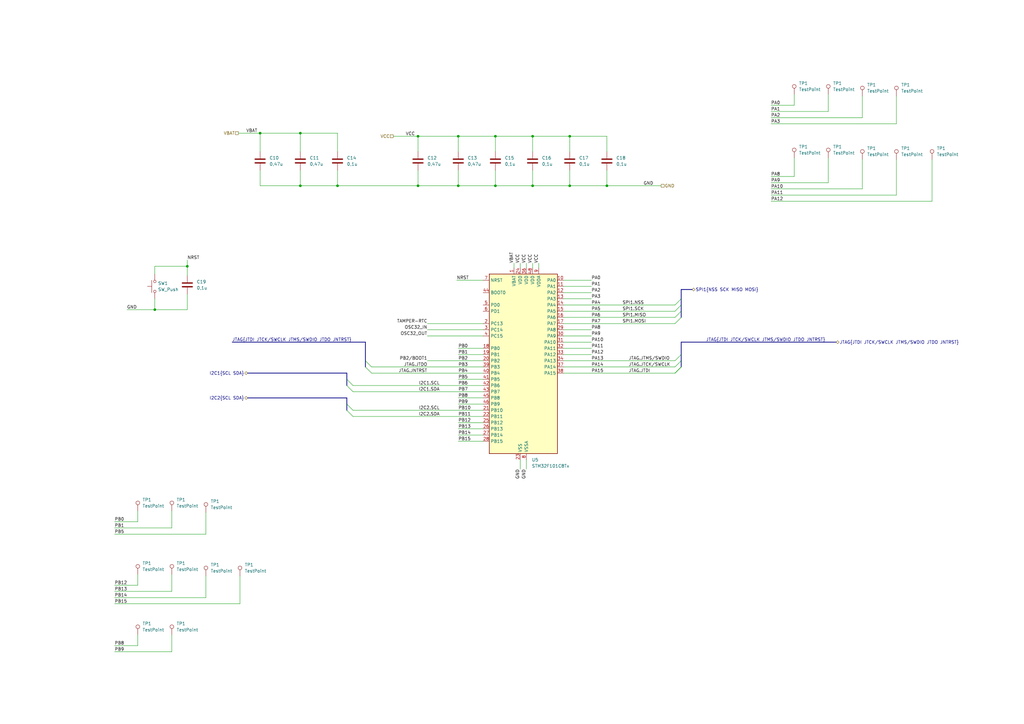
<source format=kicad_sch>
(kicad_sch (version 20230121) (generator eeschema)

  (uuid 2ef59714-9e14-4529-aae2-4c9c5122d751)

  (paper "A3")

  (title_block
    (rev "0.1")
    (company "Németh Péter Bence")
    (comment 1 "Kandó Kálmán Villamosmérnöki Kar")
    (comment 2 "Óbudai Egyetem")
  )

  (lib_symbols
    (symbol "Connector:TestPoint" (pin_numbers hide) (pin_names (offset 0.762) hide) (in_bom yes) (on_board yes)
      (property "Reference" "TP" (at 0 6.858 0)
        (effects (font (size 1.27 1.27)))
      )
      (property "Value" "TestPoint" (at 0 5.08 0)
        (effects (font (size 1.27 1.27)))
      )
      (property "Footprint" "" (at 5.08 0 0)
        (effects (font (size 1.27 1.27)) hide)
      )
      (property "Datasheet" "~" (at 5.08 0 0)
        (effects (font (size 1.27 1.27)) hide)
      )
      (property "ki_keywords" "test point tp" (at 0 0 0)
        (effects (font (size 1.27 1.27)) hide)
      )
      (property "ki_description" "test point" (at 0 0 0)
        (effects (font (size 1.27 1.27)) hide)
      )
      (property "ki_fp_filters" "Pin* Test*" (at 0 0 0)
        (effects (font (size 1.27 1.27)) hide)
      )
      (symbol "TestPoint_0_1"
        (circle (center 0 3.302) (radius 0.762)
          (stroke (width 0) (type default))
          (fill (type none))
        )
      )
      (symbol "TestPoint_1_1"
        (pin passive line (at 0 0 90) (length 2.54)
          (name "1" (effects (font (size 1.27 1.27))))
          (number "1" (effects (font (size 1.27 1.27))))
        )
      )
    )
    (symbol "Device:C" (pin_numbers hide) (pin_names (offset 0.254)) (in_bom yes) (on_board yes)
      (property "Reference" "C" (at 0.635 2.54 0)
        (effects (font (size 1.27 1.27)) (justify left))
      )
      (property "Value" "C" (at 0.635 -2.54 0)
        (effects (font (size 1.27 1.27)) (justify left))
      )
      (property "Footprint" "" (at 0.9652 -3.81 0)
        (effects (font (size 1.27 1.27)) hide)
      )
      (property "Datasheet" "~" (at 0 0 0)
        (effects (font (size 1.27 1.27)) hide)
      )
      (property "ki_keywords" "cap capacitor" (at 0 0 0)
        (effects (font (size 1.27 1.27)) hide)
      )
      (property "ki_description" "Unpolarized capacitor" (at 0 0 0)
        (effects (font (size 1.27 1.27)) hide)
      )
      (property "ki_fp_filters" "C_*" (at 0 0 0)
        (effects (font (size 1.27 1.27)) hide)
      )
      (symbol "C_0_1"
        (polyline
          (pts
            (xy -2.032 -0.762)
            (xy 2.032 -0.762)
          )
          (stroke (width 0.508) (type default))
          (fill (type none))
        )
        (polyline
          (pts
            (xy -2.032 0.762)
            (xy 2.032 0.762)
          )
          (stroke (width 0.508) (type default))
          (fill (type none))
        )
      )
      (symbol "C_1_1"
        (pin passive line (at 0 3.81 270) (length 2.794)
          (name "~" (effects (font (size 1.27 1.27))))
          (number "1" (effects (font (size 1.27 1.27))))
        )
        (pin passive line (at 0 -3.81 90) (length 2.794)
          (name "~" (effects (font (size 1.27 1.27))))
          (number "2" (effects (font (size 1.27 1.27))))
        )
      )
    )
    (symbol "MCU_ST_STM32F1:STM32F101C8Tx" (in_bom yes) (on_board yes)
      (property "Reference" "U" (at -12.7 39.37 0)
        (effects (font (size 1.27 1.27)) (justify left))
      )
      (property "Value" "STM32F101C8Tx" (at 10.16 39.37 0)
        (effects (font (size 1.27 1.27)) (justify left))
      )
      (property "Footprint" "Package_QFP:LQFP-48_7x7mm_P0.5mm" (at -12.7 -35.56 0)
        (effects (font (size 1.27 1.27)) (justify right) hide)
      )
      (property "Datasheet" "https://www.st.com/resource/en/datasheet/stm32f101c8.pdf" (at 0 0 0)
        (effects (font (size 1.27 1.27)) hide)
      )
      (property "ki_locked" "" (at 0 0 0)
        (effects (font (size 1.27 1.27)))
      )
      (property "ki_keywords" "Arm Cortex-M3 STM32F1 STM32F101" (at 0 0 0)
        (effects (font (size 1.27 1.27)) hide)
      )
      (property "ki_description" "STMicroelectronics Arm Cortex-M3 MCU, 64KB flash, 10KB RAM, 36 MHz, 2.0-3.6V, 37 GPIO, LQFP48" (at 0 0 0)
        (effects (font (size 1.27 1.27)) hide)
      )
      (property "ki_fp_filters" "LQFP*7x7mm*P0.5mm*" (at 0 0 0)
        (effects (font (size 1.27 1.27)) hide)
      )
      (symbol "STM32F101C8Tx_0_1"
        (rectangle (start -12.7 -35.56) (end 15.24 38.1)
          (stroke (width 0.254) (type default))
          (fill (type background))
        )
      )
      (symbol "STM32F101C8Tx_1_1"
        (pin power_in line (at -2.54 40.64 270) (length 2.54)
          (name "VBAT" (effects (font (size 1.27 1.27))))
          (number "1" (effects (font (size 1.27 1.27))))
        )
        (pin bidirectional line (at 17.78 35.56 180) (length 2.54)
          (name "PA0" (effects (font (size 1.27 1.27))))
          (number "10" (effects (font (size 1.27 1.27))))
          (alternate "ADC1_IN0" bidirectional line)
          (alternate "SYS_WKUP" bidirectional line)
          (alternate "TIM2_CH1" bidirectional line)
          (alternate "TIM2_ETR" bidirectional line)
          (alternate "USART2_CTS" bidirectional line)
        )
        (pin bidirectional line (at 17.78 33.02 180) (length 2.54)
          (name "PA1" (effects (font (size 1.27 1.27))))
          (number "11" (effects (font (size 1.27 1.27))))
          (alternate "ADC1_IN1" bidirectional line)
          (alternate "TIM2_CH2" bidirectional line)
          (alternate "USART2_RTS" bidirectional line)
        )
        (pin bidirectional line (at 17.78 30.48 180) (length 2.54)
          (name "PA2" (effects (font (size 1.27 1.27))))
          (number "12" (effects (font (size 1.27 1.27))))
          (alternate "ADC1_IN2" bidirectional line)
          (alternate "TIM2_CH3" bidirectional line)
          (alternate "USART2_TX" bidirectional line)
        )
        (pin bidirectional line (at 17.78 27.94 180) (length 2.54)
          (name "PA3" (effects (font (size 1.27 1.27))))
          (number "13" (effects (font (size 1.27 1.27))))
          (alternate "ADC1_IN3" bidirectional line)
          (alternate "TIM2_CH4" bidirectional line)
          (alternate "USART2_RX" bidirectional line)
        )
        (pin bidirectional line (at 17.78 25.4 180) (length 2.54)
          (name "PA4" (effects (font (size 1.27 1.27))))
          (number "14" (effects (font (size 1.27 1.27))))
          (alternate "ADC1_IN4" bidirectional line)
          (alternate "SPI1_NSS" bidirectional line)
          (alternate "USART2_CK" bidirectional line)
        )
        (pin bidirectional line (at 17.78 22.86 180) (length 2.54)
          (name "PA5" (effects (font (size 1.27 1.27))))
          (number "15" (effects (font (size 1.27 1.27))))
          (alternate "ADC1_IN5" bidirectional line)
          (alternate "SPI1_SCK" bidirectional line)
        )
        (pin bidirectional line (at 17.78 20.32 180) (length 2.54)
          (name "PA6" (effects (font (size 1.27 1.27))))
          (number "16" (effects (font (size 1.27 1.27))))
          (alternate "ADC1_IN6" bidirectional line)
          (alternate "SPI1_MISO" bidirectional line)
          (alternate "TIM3_CH1" bidirectional line)
        )
        (pin bidirectional line (at 17.78 17.78 180) (length 2.54)
          (name "PA7" (effects (font (size 1.27 1.27))))
          (number "17" (effects (font (size 1.27 1.27))))
          (alternate "ADC1_IN7" bidirectional line)
          (alternate "SPI1_MOSI" bidirectional line)
          (alternate "TIM3_CH2" bidirectional line)
        )
        (pin bidirectional line (at -15.24 7.62 0) (length 2.54)
          (name "PB0" (effects (font (size 1.27 1.27))))
          (number "18" (effects (font (size 1.27 1.27))))
          (alternate "ADC1_IN8" bidirectional line)
          (alternate "TIM3_CH3" bidirectional line)
        )
        (pin bidirectional line (at -15.24 5.08 0) (length 2.54)
          (name "PB1" (effects (font (size 1.27 1.27))))
          (number "19" (effects (font (size 1.27 1.27))))
          (alternate "ADC1_IN9" bidirectional line)
          (alternate "TIM3_CH4" bidirectional line)
        )
        (pin bidirectional line (at -15.24 17.78 0) (length 2.54)
          (name "PC13" (effects (font (size 1.27 1.27))))
          (number "2" (effects (font (size 1.27 1.27))))
          (alternate "RTC_OUT" bidirectional line)
          (alternate "RTC_TAMPER" bidirectional line)
        )
        (pin bidirectional line (at -15.24 2.54 0) (length 2.54)
          (name "PB2" (effects (font (size 1.27 1.27))))
          (number "20" (effects (font (size 1.27 1.27))))
        )
        (pin bidirectional line (at -15.24 -17.78 0) (length 2.54)
          (name "PB10" (effects (font (size 1.27 1.27))))
          (number "21" (effects (font (size 1.27 1.27))))
          (alternate "I2C2_SCL" bidirectional line)
          (alternate "TIM2_CH3" bidirectional line)
          (alternate "USART3_TX" bidirectional line)
        )
        (pin bidirectional line (at -15.24 -20.32 0) (length 2.54)
          (name "PB11" (effects (font (size 1.27 1.27))))
          (number "22" (effects (font (size 1.27 1.27))))
          (alternate "ADC1_EXTI11" bidirectional line)
          (alternate "I2C2_SDA" bidirectional line)
          (alternate "TIM2_CH4" bidirectional line)
          (alternate "USART3_RX" bidirectional line)
        )
        (pin power_in line (at 0 -38.1 90) (length 2.54)
          (name "VSS" (effects (font (size 1.27 1.27))))
          (number "23" (effects (font (size 1.27 1.27))))
        )
        (pin power_in line (at 0 40.64 270) (length 2.54)
          (name "VDD" (effects (font (size 1.27 1.27))))
          (number "24" (effects (font (size 1.27 1.27))))
        )
        (pin bidirectional line (at -15.24 -22.86 0) (length 2.54)
          (name "PB12" (effects (font (size 1.27 1.27))))
          (number "25" (effects (font (size 1.27 1.27))))
          (alternate "I2C2_SMBA" bidirectional line)
          (alternate "SPI2_NSS" bidirectional line)
          (alternate "USART3_CK" bidirectional line)
        )
        (pin bidirectional line (at -15.24 -25.4 0) (length 2.54)
          (name "PB13" (effects (font (size 1.27 1.27))))
          (number "26" (effects (font (size 1.27 1.27))))
          (alternate "SPI2_SCK" bidirectional line)
          (alternate "USART3_CTS" bidirectional line)
        )
        (pin bidirectional line (at -15.24 -27.94 0) (length 2.54)
          (name "PB14" (effects (font (size 1.27 1.27))))
          (number "27" (effects (font (size 1.27 1.27))))
          (alternate "SPI2_MISO" bidirectional line)
          (alternate "USART3_RTS" bidirectional line)
        )
        (pin bidirectional line (at -15.24 -30.48 0) (length 2.54)
          (name "PB15" (effects (font (size 1.27 1.27))))
          (number "28" (effects (font (size 1.27 1.27))))
          (alternate "ADC1_EXTI15" bidirectional line)
          (alternate "SPI2_MOSI" bidirectional line)
        )
        (pin bidirectional line (at 17.78 15.24 180) (length 2.54)
          (name "PA8" (effects (font (size 1.27 1.27))))
          (number "29" (effects (font (size 1.27 1.27))))
          (alternate "RCC_MCO" bidirectional line)
          (alternate "USART1_CK" bidirectional line)
        )
        (pin bidirectional line (at -15.24 15.24 0) (length 2.54)
          (name "PC14" (effects (font (size 1.27 1.27))))
          (number "3" (effects (font (size 1.27 1.27))))
          (alternate "RCC_OSC32_IN" bidirectional line)
        )
        (pin bidirectional line (at 17.78 12.7 180) (length 2.54)
          (name "PA9" (effects (font (size 1.27 1.27))))
          (number "30" (effects (font (size 1.27 1.27))))
          (alternate "USART1_TX" bidirectional line)
        )
        (pin bidirectional line (at 17.78 10.16 180) (length 2.54)
          (name "PA10" (effects (font (size 1.27 1.27))))
          (number "31" (effects (font (size 1.27 1.27))))
          (alternate "USART1_RX" bidirectional line)
        )
        (pin bidirectional line (at 17.78 7.62 180) (length 2.54)
          (name "PA11" (effects (font (size 1.27 1.27))))
          (number "32" (effects (font (size 1.27 1.27))))
          (alternate "ADC1_EXTI11" bidirectional line)
          (alternate "USART1_CTS" bidirectional line)
        )
        (pin bidirectional line (at 17.78 5.08 180) (length 2.54)
          (name "PA12" (effects (font (size 1.27 1.27))))
          (number "33" (effects (font (size 1.27 1.27))))
          (alternate "USART1_RTS" bidirectional line)
        )
        (pin bidirectional line (at 17.78 2.54 180) (length 2.54)
          (name "PA13" (effects (font (size 1.27 1.27))))
          (number "34" (effects (font (size 1.27 1.27))))
          (alternate "SYS_JTMS-SWDIO" bidirectional line)
        )
        (pin passive line (at 0 -38.1 90) (length 2.54) hide
          (name "VSS" (effects (font (size 1.27 1.27))))
          (number "35" (effects (font (size 1.27 1.27))))
        )
        (pin power_in line (at 2.54 40.64 270) (length 2.54)
          (name "VDD" (effects (font (size 1.27 1.27))))
          (number "36" (effects (font (size 1.27 1.27))))
        )
        (pin bidirectional line (at 17.78 0 180) (length 2.54)
          (name "PA14" (effects (font (size 1.27 1.27))))
          (number "37" (effects (font (size 1.27 1.27))))
          (alternate "SYS_JTCK-SWCLK" bidirectional line)
        )
        (pin bidirectional line (at 17.78 -2.54 180) (length 2.54)
          (name "PA15" (effects (font (size 1.27 1.27))))
          (number "38" (effects (font (size 1.27 1.27))))
          (alternate "ADC1_EXTI15" bidirectional line)
          (alternate "SPI1_NSS" bidirectional line)
          (alternate "SYS_JTDI" bidirectional line)
          (alternate "TIM2_CH1" bidirectional line)
          (alternate "TIM2_ETR" bidirectional line)
        )
        (pin bidirectional line (at -15.24 0 0) (length 2.54)
          (name "PB3" (effects (font (size 1.27 1.27))))
          (number "39" (effects (font (size 1.27 1.27))))
          (alternate "SPI1_SCK" bidirectional line)
          (alternate "SYS_JTDO-TRACESWO" bidirectional line)
          (alternate "TIM2_CH2" bidirectional line)
        )
        (pin bidirectional line (at -15.24 12.7 0) (length 2.54)
          (name "PC15" (effects (font (size 1.27 1.27))))
          (number "4" (effects (font (size 1.27 1.27))))
          (alternate "ADC1_EXTI15" bidirectional line)
          (alternate "RCC_OSC32_OUT" bidirectional line)
        )
        (pin bidirectional line (at -15.24 -2.54 0) (length 2.54)
          (name "PB4" (effects (font (size 1.27 1.27))))
          (number "40" (effects (font (size 1.27 1.27))))
          (alternate "SPI1_MISO" bidirectional line)
          (alternate "SYS_NJTRST" bidirectional line)
          (alternate "TIM3_CH1" bidirectional line)
        )
        (pin bidirectional line (at -15.24 -5.08 0) (length 2.54)
          (name "PB5" (effects (font (size 1.27 1.27))))
          (number "41" (effects (font (size 1.27 1.27))))
          (alternate "I2C1_SMBA" bidirectional line)
          (alternate "SPI1_MOSI" bidirectional line)
          (alternate "TIM3_CH2" bidirectional line)
        )
        (pin bidirectional line (at -15.24 -7.62 0) (length 2.54)
          (name "PB6" (effects (font (size 1.27 1.27))))
          (number "42" (effects (font (size 1.27 1.27))))
          (alternate "I2C1_SCL" bidirectional line)
          (alternate "TIM4_CH1" bidirectional line)
          (alternate "USART1_TX" bidirectional line)
        )
        (pin bidirectional line (at -15.24 -10.16 0) (length 2.54)
          (name "PB7" (effects (font (size 1.27 1.27))))
          (number "43" (effects (font (size 1.27 1.27))))
          (alternate "I2C1_SDA" bidirectional line)
          (alternate "TIM4_CH2" bidirectional line)
          (alternate "USART1_RX" bidirectional line)
        )
        (pin input line (at -15.24 30.48 0) (length 2.54)
          (name "BOOT0" (effects (font (size 1.27 1.27))))
          (number "44" (effects (font (size 1.27 1.27))))
        )
        (pin bidirectional line (at -15.24 -12.7 0) (length 2.54)
          (name "PB8" (effects (font (size 1.27 1.27))))
          (number "45" (effects (font (size 1.27 1.27))))
          (alternate "I2C1_SCL" bidirectional line)
          (alternate "TIM4_CH3" bidirectional line)
        )
        (pin bidirectional line (at -15.24 -15.24 0) (length 2.54)
          (name "PB9" (effects (font (size 1.27 1.27))))
          (number "46" (effects (font (size 1.27 1.27))))
          (alternate "I2C1_SDA" bidirectional line)
          (alternate "TIM4_CH4" bidirectional line)
        )
        (pin passive line (at 0 -38.1 90) (length 2.54) hide
          (name "VSS" (effects (font (size 1.27 1.27))))
          (number "47" (effects (font (size 1.27 1.27))))
        )
        (pin power_in line (at 5.08 40.64 270) (length 2.54)
          (name "VDD" (effects (font (size 1.27 1.27))))
          (number "48" (effects (font (size 1.27 1.27))))
        )
        (pin bidirectional line (at -15.24 25.4 0) (length 2.54)
          (name "PD0" (effects (font (size 1.27 1.27))))
          (number "5" (effects (font (size 1.27 1.27))))
          (alternate "RCC_OSC_IN" bidirectional line)
        )
        (pin bidirectional line (at -15.24 22.86 0) (length 2.54)
          (name "PD1" (effects (font (size 1.27 1.27))))
          (number "6" (effects (font (size 1.27 1.27))))
          (alternate "RCC_OSC_OUT" bidirectional line)
        )
        (pin input line (at -15.24 35.56 0) (length 2.54)
          (name "NRST" (effects (font (size 1.27 1.27))))
          (number "7" (effects (font (size 1.27 1.27))))
        )
        (pin power_in line (at 2.54 -38.1 90) (length 2.54)
          (name "VSSA" (effects (font (size 1.27 1.27))))
          (number "8" (effects (font (size 1.27 1.27))))
        )
        (pin power_in line (at 7.62 40.64 270) (length 2.54)
          (name "VDDA" (effects (font (size 1.27 1.27))))
          (number "9" (effects (font (size 1.27 1.27))))
        )
      )
    )
    (symbol "Switch:SW_Push" (pin_numbers hide) (pin_names (offset 1.016) hide) (in_bom yes) (on_board yes)
      (property "Reference" "SW" (at 1.27 2.54 0)
        (effects (font (size 1.27 1.27)) (justify left))
      )
      (property "Value" "SW_Push" (at 0 -1.524 0)
        (effects (font (size 1.27 1.27)))
      )
      (property "Footprint" "" (at 0 5.08 0)
        (effects (font (size 1.27 1.27)) hide)
      )
      (property "Datasheet" "~" (at 0 5.08 0)
        (effects (font (size 1.27 1.27)) hide)
      )
      (property "ki_keywords" "switch normally-open pushbutton push-button" (at 0 0 0)
        (effects (font (size 1.27 1.27)) hide)
      )
      (property "ki_description" "Push button switch, generic, two pins" (at 0 0 0)
        (effects (font (size 1.27 1.27)) hide)
      )
      (symbol "SW_Push_0_1"
        (circle (center -2.032 0) (radius 0.508)
          (stroke (width 0) (type default))
          (fill (type none))
        )
        (polyline
          (pts
            (xy 0 1.27)
            (xy 0 3.048)
          )
          (stroke (width 0) (type default))
          (fill (type none))
        )
        (polyline
          (pts
            (xy 2.54 1.27)
            (xy -2.54 1.27)
          )
          (stroke (width 0) (type default))
          (fill (type none))
        )
        (circle (center 2.032 0) (radius 0.508)
          (stroke (width 0) (type default))
          (fill (type none))
        )
        (pin passive line (at -5.08 0 0) (length 2.54)
          (name "1" (effects (font (size 1.27 1.27))))
          (number "1" (effects (font (size 1.27 1.27))))
        )
        (pin passive line (at 5.08 0 180) (length 2.54)
          (name "2" (effects (font (size 1.27 1.27))))
          (number "2" (effects (font (size 1.27 1.27))))
        )
      )
    )
  )

  (junction (at 171.45 76.2) (diameter 0) (color 0 0 0 0)
    (uuid 057c2549-9028-466e-90e2-a50e7336e45e)
  )
  (junction (at 123.19 54.61) (diameter 0) (color 0 0 0 0)
    (uuid 0e9371a3-db70-45ff-bb84-7d8f9687b990)
  )
  (junction (at 248.92 76.2) (diameter 0) (color 0 0 0 0)
    (uuid 0ea88a66-a7f0-4654-a077-ab1189311df6)
  )
  (junction (at 171.45 55.88) (diameter 0) (color 0 0 0 0)
    (uuid 14bca21a-48ee-4389-bbc3-5d81c8afd8ce)
  )
  (junction (at 138.43 76.2) (diameter 0) (color 0 0 0 0)
    (uuid 2c1a1af2-9edf-4e02-a3ae-4e5c175c5fa8)
  )
  (junction (at 233.68 76.2) (diameter 0) (color 0 0 0 0)
    (uuid 2d1ba93a-4790-49cb-9613-918922f1e7db)
  )
  (junction (at 63.5 127) (diameter 0) (color 0 0 0 0)
    (uuid 35935f0c-87f2-4ff4-a345-e5eccbe49d0b)
  )
  (junction (at 233.68 55.88) (diameter 0) (color 0 0 0 0)
    (uuid 3d2dcabc-18c3-4713-b22c-94f35f1b27ed)
  )
  (junction (at 187.96 76.2) (diameter 0) (color 0 0 0 0)
    (uuid 5bc1631e-67f9-4591-a88b-6f69eab37075)
  )
  (junction (at 187.96 55.88) (diameter 0) (color 0 0 0 0)
    (uuid 72136bb8-052a-490d-ba88-c43c555bdd5e)
  )
  (junction (at 106.68 54.61) (diameter 0) (color 0 0 0 0)
    (uuid 73d331c6-358e-401a-a275-29c8adff202d)
  )
  (junction (at 203.2 55.88) (diameter 0) (color 0 0 0 0)
    (uuid 86495cdf-c942-4ffb-a25a-89411a512220)
  )
  (junction (at 203.2 76.2) (diameter 0) (color 0 0 0 0)
    (uuid acb0161a-2057-4ed1-9f5a-9c6a9258b3b7)
  )
  (junction (at 123.19 76.2) (diameter 0) (color 0 0 0 0)
    (uuid c7a057db-b569-4208-b16d-99ab85c1bd37)
  )
  (junction (at 218.44 76.2) (diameter 0) (color 0 0 0 0)
    (uuid d9b8c687-0edf-41c5-9de3-a5f9ce21a7b4)
  )
  (junction (at 76.835 109.22) (diameter 0) (color 0 0 0 0)
    (uuid df25e7b5-1df8-48d0-a698-3fb0653917c4)
  )
  (junction (at 218.44 55.88) (diameter 0) (color 0 0 0 0)
    (uuid f03bf4cd-9d77-4dbb-89ac-5d61deea7f01)
  )

  (bus_entry (at 276.86 150.495) (size 2.54 -2.54)
    (stroke (width 0) (type default))
    (uuid 0ecbb517-bd67-4ee7-b23a-4d04a8eefe5d)
  )
  (bus_entry (at 279.4 125.095) (size -2.54 2.54)
    (stroke (width 0) (type default))
    (uuid 1f8ad8bc-f9c1-47e7-a620-5bba1cfcde9d)
  )
  (bus_entry (at 144.78 170.815) (size -2.54 -2.54)
    (stroke (width 0) (type default))
    (uuid 3ae1400f-c6a9-4baa-9bc5-ea89ff047d66)
  )
  (bus_entry (at 279.4 130.175) (size -2.54 2.54)
    (stroke (width 0) (type default))
    (uuid 4f1c3ded-d1ce-44f7-af4b-19cfced29a64)
  )
  (bus_entry (at 149.86 150.495) (size 2.54 2.54)
    (stroke (width 0) (type default))
    (uuid 603a4929-8196-489b-9587-d387f586a8e8)
  )
  (bus_entry (at 149.86 147.955) (size 2.54 2.54)
    (stroke (width 0) (type default))
    (uuid 675d1349-c171-4535-a9ca-1894bb3f0d35)
  )
  (bus_entry (at 276.86 147.955) (size 2.54 -2.54)
    (stroke (width 0) (type default))
    (uuid 80ba0982-f39d-49ff-8507-7e0a51c4d9b7)
  )
  (bus_entry (at 279.4 122.555) (size -2.54 2.54)
    (stroke (width 0) (type default))
    (uuid 9510918b-196e-452a-8762-c947050083e7)
  )
  (bus_entry (at 276.86 153.035) (size 2.54 -2.54)
    (stroke (width 0) (type default))
    (uuid 9bc3beef-385f-4c6f-891e-4372f7342378)
  )
  (bus_entry (at 144.78 158.115) (size -2.54 -2.54)
    (stroke (width 0) (type default))
    (uuid a224a824-2c13-4b3c-a71f-747a8d260a29)
  )
  (bus_entry (at 279.4 150.495) (size -2.54 2.54)
    (stroke (width 0) (type default))
    (uuid b19fcaf0-2afe-43fa-8b1b-5cff2724af42)
  )
  (bus_entry (at 144.78 160.655) (size -2.54 -2.54)
    (stroke (width 0) (type default))
    (uuid c94c60fb-81c2-4ba9-8810-9960cf3f3b6e)
  )
  (bus_entry (at 279.4 127.635) (size -2.54 2.54)
    (stroke (width 0) (type default))
    (uuid da1a4b30-4365-4f78-a0ad-d08eed53b742)
  )
  (bus_entry (at 144.78 168.275) (size -2.54 -2.54)
    (stroke (width 0) (type default))
    (uuid e5520533-72e8-4383-af93-5c50b7437adc)
  )

  (bus (pts (xy 149.86 140.335) (xy 149.86 147.955))
    (stroke (width 0) (type default))
    (uuid 001e538b-3664-41c0-8e7b-d73d595df6b8)
  )

  (wire (pts (xy 84.455 210.185) (xy 84.455 219.075))
    (stroke (width 0) (type default))
    (uuid 030f8c22-7ce2-4580-9c0c-5b22f478d74a)
  )
  (wire (pts (xy 353.695 48.26) (xy 316.23 48.26))
    (stroke (width 0) (type default))
    (uuid 03b9ee38-f7d9-42da-9b8e-86050e946406)
  )
  (wire (pts (xy 187.96 76.2) (xy 203.2 76.2))
    (stroke (width 0) (type default))
    (uuid 0a6bf25d-6a01-439c-937a-c450c5767e28)
  )
  (wire (pts (xy 63.5 112.395) (xy 63.5 109.22))
    (stroke (width 0) (type default))
    (uuid 0b248e64-bf06-467d-884f-fd9fb2feceb3)
  )
  (wire (pts (xy 76.835 106.68) (xy 76.835 109.22))
    (stroke (width 0) (type default))
    (uuid 0c1ddd39-93c9-4f93-9c98-a0456ffaeb68)
  )
  (bus (pts (xy 149.86 147.955) (xy 149.86 150.495))
    (stroke (width 0) (type default))
    (uuid 0ddda52a-fa66-41f5-8ad6-3cefa0fac5d1)
  )

  (wire (pts (xy 367.665 39.37) (xy 367.665 50.8))
    (stroke (width 0) (type default))
    (uuid 0e302ea0-c6f0-4cc2-b180-db3767ed31c6)
  )
  (wire (pts (xy 187.96 165.735) (xy 198.12 165.735))
    (stroke (width 0) (type default))
    (uuid 0fa61384-3948-4c46-8026-de4a4ad23c99)
  )
  (wire (pts (xy 187.96 145.415) (xy 198.12 145.415))
    (stroke (width 0) (type default))
    (uuid 10421b86-037b-44ba-9636-dc0640b44295)
  )
  (wire (pts (xy 231.14 132.715) (xy 276.86 132.715))
    (stroke (width 0) (type default))
    (uuid 11721238-cd3c-4e84-aa5d-5833b3106c7f)
  )
  (wire (pts (xy 187.96 173.355) (xy 198.12 173.355))
    (stroke (width 0) (type default))
    (uuid 11fab68a-6546-4227-9bc7-55c43fd9888e)
  )
  (wire (pts (xy 325.755 43.18) (xy 325.755 38.735))
    (stroke (width 0) (type default))
    (uuid 12d501d6-e6b6-4b7b-9a10-3d0d73801cd9)
  )
  (wire (pts (xy 187.96 178.435) (xy 198.12 178.435))
    (stroke (width 0) (type default))
    (uuid 13a6f1f2-9231-4c62-99b3-fb65d6b9e5da)
  )
  (wire (pts (xy 220.98 107.95) (xy 220.98 109.855))
    (stroke (width 0) (type default))
    (uuid 14fd4007-6af3-41c8-b981-ec8ac6393e51)
  )
  (wire (pts (xy 231.14 125.095) (xy 276.86 125.095))
    (stroke (width 0) (type default))
    (uuid 14fe4cf3-512f-46ce-9c9e-8536ca6d415c)
  )
  (wire (pts (xy 242.57 140.335) (xy 231.14 140.335))
    (stroke (width 0) (type default))
    (uuid 156778a1-be41-4b9b-89bf-2f4ddd9f3258)
  )
  (wire (pts (xy 187.96 163.195) (xy 198.12 163.195))
    (stroke (width 0) (type default))
    (uuid 1cdd645d-e9d3-435a-9c60-a364e21480e5)
  )
  (wire (pts (xy 106.68 69.85) (xy 106.68 76.2))
    (stroke (width 0) (type default))
    (uuid 21baaa28-2fc5-401f-95c2-3b8aaf1dfeff)
  )
  (wire (pts (xy 218.44 55.88) (xy 218.44 62.23))
    (stroke (width 0) (type default))
    (uuid 2315ae7e-941d-445d-b7d9-3bcc16f6d583)
  )
  (wire (pts (xy 76.835 109.22) (xy 76.835 113.03))
    (stroke (width 0) (type default))
    (uuid 235bcc1d-44f0-48b3-989d-d393d8894d37)
  )
  (wire (pts (xy 187.96 69.85) (xy 187.96 76.2))
    (stroke (width 0) (type default))
    (uuid 235fdf3e-ab37-437a-ae7e-22e832fe3446)
  )
  (wire (pts (xy 171.45 76.2) (xy 187.96 76.2))
    (stroke (width 0) (type default))
    (uuid 25d3de70-3f7f-4d82-8eb8-fd93434fbffc)
  )
  (wire (pts (xy 218.44 69.85) (xy 218.44 76.2))
    (stroke (width 0) (type default))
    (uuid 270e4be1-3015-4177-a5e2-15e026e79523)
  )
  (wire (pts (xy 152.4 153.035) (xy 198.12 153.035))
    (stroke (width 0) (type default))
    (uuid 278fd729-2441-4487-a209-ae9918f4fcf8)
  )
  (wire (pts (xy 187.96 55.88) (xy 187.96 62.23))
    (stroke (width 0) (type default))
    (uuid 29e0e54a-f9e1-43e6-b3ef-c584a9a9bf4b)
  )
  (bus (pts (xy 142.24 155.575) (xy 142.24 158.115))
    (stroke (width 0) (type default))
    (uuid 2a01b778-5cdd-49cf-92d5-e5933f843b40)
  )

  (wire (pts (xy 175.26 137.795) (xy 198.12 137.795))
    (stroke (width 0) (type default))
    (uuid 2b50b370-0c01-448b-bd4b-50b40ac90043)
  )
  (wire (pts (xy 46.99 267.335) (xy 70.485 267.335))
    (stroke (width 0) (type default))
    (uuid 2c8fefd2-5a10-4ae3-b1e5-af7bae952194)
  )
  (wire (pts (xy 46.99 213.995) (xy 56.515 213.995))
    (stroke (width 0) (type default))
    (uuid 2df1aff6-d9aa-4f5d-b195-f97064dd9fc9)
  )
  (wire (pts (xy 63.5 122.555) (xy 63.5 127))
    (stroke (width 0) (type default))
    (uuid 2f4145ce-6dc9-415b-8c20-4d65662f6674)
  )
  (bus (pts (xy 95.25 140.335) (xy 149.86 140.335))
    (stroke (width 0) (type default))
    (uuid 310ce7db-6b45-4da1-947f-0bf78687b78d)
  )

  (wire (pts (xy 382.27 82.55) (xy 316.23 82.55))
    (stroke (width 0) (type default))
    (uuid 312cfc39-3081-4abc-8491-2fe5da096ca2)
  )
  (bus (pts (xy 279.4 125.095) (xy 279.4 127.635))
    (stroke (width 0) (type default))
    (uuid 31b29976-624d-4db0-b46b-301bc97b6e49)
  )

  (wire (pts (xy 339.725 38.735) (xy 339.725 45.72))
    (stroke (width 0) (type default))
    (uuid 32fdcbf6-a30f-4f27-94f5-04ee592252cf)
  )
  (wire (pts (xy 203.2 69.85) (xy 203.2 76.2))
    (stroke (width 0) (type default))
    (uuid 34f32e8b-a954-4791-bed7-c49a6d516586)
  )
  (wire (pts (xy 203.2 55.88) (xy 203.2 62.23))
    (stroke (width 0) (type default))
    (uuid 355055e5-700e-4511-b596-49704dd79b5b)
  )
  (bus (pts (xy 101.6 153.035) (xy 142.24 153.035))
    (stroke (width 0) (type default))
    (uuid 36e9cc7a-cc4f-494a-b73a-10e6593252d6)
  )

  (wire (pts (xy 63.5 127) (xy 52.07 127))
    (stroke (width 0) (type default))
    (uuid 37a3e9a4-0c6f-45dd-9de4-bf9cb6513b4d)
  )
  (wire (pts (xy 187.96 142.875) (xy 198.12 142.875))
    (stroke (width 0) (type default))
    (uuid 38bf0c6a-7266-427d-932e-bf4fc6b5ff62)
  )
  (wire (pts (xy 242.57 122.555) (xy 231.14 122.555))
    (stroke (width 0) (type default))
    (uuid 39696e11-d7d2-4bec-abcb-769b1cf6ff64)
  )
  (wire (pts (xy 231.14 150.495) (xy 276.86 150.495))
    (stroke (width 0) (type default))
    (uuid 3ad73a73-44b7-47a5-836f-4e39567f0278)
  )
  (wire (pts (xy 242.57 117.475) (xy 231.14 117.475))
    (stroke (width 0) (type default))
    (uuid 3d006e29-7aa0-42bd-9903-38c34514627c)
  )
  (wire (pts (xy 106.68 54.61) (xy 123.19 54.61))
    (stroke (width 0) (type default))
    (uuid 3e88a567-7306-4e14-a3f3-d17f5924e936)
  )
  (wire (pts (xy 97.79 54.61) (xy 106.68 54.61))
    (stroke (width 0) (type default))
    (uuid 3fec9440-80d7-450e-86f1-cc14fbc7baec)
  )
  (wire (pts (xy 171.45 55.88) (xy 187.96 55.88))
    (stroke (width 0) (type default))
    (uuid 41684f96-c161-4069-a8d5-a8eeb7105a8d)
  )
  (wire (pts (xy 84.455 236.22) (xy 84.455 245.11))
    (stroke (width 0) (type default))
    (uuid 44d058e7-b9e5-4375-9053-8865f220d106)
  )
  (wire (pts (xy 171.45 55.88) (xy 171.45 62.23))
    (stroke (width 0) (type default))
    (uuid 4a818c1e-2334-48d6-9177-3af4cbb678e9)
  )
  (wire (pts (xy 218.44 55.88) (xy 233.68 55.88))
    (stroke (width 0) (type default))
    (uuid 4a9c9f49-25b7-4cbc-8a96-b5cf28eb4d9a)
  )
  (bus (pts (xy 279.4 118.745) (xy 283.845 118.745))
    (stroke (width 0) (type default))
    (uuid 4aeacd98-4701-4c96-9bc3-fc9475b451f0)
  )

  (wire (pts (xy 123.19 69.85) (xy 123.19 76.2))
    (stroke (width 0) (type default))
    (uuid 4ccc212f-348d-4659-a6dc-0e41f2b072c4)
  )
  (wire (pts (xy 46.99 264.795) (xy 56.515 264.795))
    (stroke (width 0) (type default))
    (uuid 4d0e68ca-3872-4363-898d-f6dce86bf259)
  )
  (wire (pts (xy 98.425 247.65) (xy 46.99 247.65))
    (stroke (width 0) (type default))
    (uuid 5305aae2-564c-448c-bd35-fb3a1b472b22)
  )
  (bus (pts (xy 101.6 163.195) (xy 142.24 163.195))
    (stroke (width 0) (type default))
    (uuid 5553b703-fde7-44a0-b32b-017d5bf92a0a)
  )

  (wire (pts (xy 367.665 80.01) (xy 316.23 80.01))
    (stroke (width 0) (type default))
    (uuid 55597f0d-1953-430d-ab46-4b41ae1b83ed)
  )
  (bus (pts (xy 279.4 140.335) (xy 342.9 140.335))
    (stroke (width 0) (type default))
    (uuid 567603fc-dd35-4902-ab96-2e85d3ee4fb4)
  )

  (wire (pts (xy 242.57 135.255) (xy 231.14 135.255))
    (stroke (width 0) (type default))
    (uuid 5ce7cee8-7259-4ea3-a8c1-c3bf86bb15ea)
  )
  (wire (pts (xy 213.36 107.95) (xy 213.36 109.855))
    (stroke (width 0) (type default))
    (uuid 5d637794-7abb-423d-9c40-89e7256893f1)
  )
  (wire (pts (xy 242.57 137.795) (xy 231.14 137.795))
    (stroke (width 0) (type default))
    (uuid 62c45f26-dd5f-44ab-8d8c-e69305c1c55d)
  )
  (wire (pts (xy 242.57 142.875) (xy 231.14 142.875))
    (stroke (width 0) (type default))
    (uuid 640ad743-9326-4277-ab75-894b048354c5)
  )
  (wire (pts (xy 138.43 69.85) (xy 138.43 76.2))
    (stroke (width 0) (type default))
    (uuid 67790c75-88f6-4cc9-9c14-dc9d6134b0e0)
  )
  (wire (pts (xy 187.325 114.935) (xy 198.12 114.935))
    (stroke (width 0) (type default))
    (uuid 69a14a25-18fa-4116-b240-780da67b05a8)
  )
  (bus (pts (xy 142.24 165.735) (xy 142.24 168.275))
    (stroke (width 0) (type default))
    (uuid 6ac20637-4c24-465b-8e32-9d90d890e32b)
  )

  (wire (pts (xy 353.695 65.405) (xy 353.695 77.47))
    (stroke (width 0) (type default))
    (uuid 715f4f22-a197-4363-a5d9-a348e0212e08)
  )
  (wire (pts (xy 161.29 55.88) (xy 171.45 55.88))
    (stroke (width 0) (type default))
    (uuid 71ee3b4d-ff5d-420d-8adf-99bb7b0e2eb2)
  )
  (wire (pts (xy 367.665 65.405) (xy 367.665 80.01))
    (stroke (width 0) (type default))
    (uuid 7984633a-70ed-43f1-94eb-bc4a8b5c6c05)
  )
  (wire (pts (xy 46.99 216.535) (xy 70.485 216.535))
    (stroke (width 0) (type default))
    (uuid 7d3e174c-29b3-4628-ba66-52b17af92f8c)
  )
  (wire (pts (xy 316.23 45.72) (xy 339.725 45.72))
    (stroke (width 0) (type default))
    (uuid 8829ce4b-4d38-48d8-9f48-84847e2cf112)
  )
  (wire (pts (xy 123.19 54.61) (xy 138.43 54.61))
    (stroke (width 0) (type default))
    (uuid 891eaeb1-59c0-4315-b86d-c2fd2cb53c69)
  )
  (bus (pts (xy 279.4 147.955) (xy 279.4 150.495))
    (stroke (width 0) (type default))
    (uuid 8a2ca76c-a434-443e-aae6-314268b71556)
  )

  (wire (pts (xy 218.44 76.2) (xy 233.68 76.2))
    (stroke (width 0) (type default))
    (uuid 8b9fb03a-83e5-4295-b0c1-d6325a8c16fb)
  )
  (wire (pts (xy 56.515 213.995) (xy 56.515 209.55))
    (stroke (width 0) (type default))
    (uuid 8bf6798b-cc77-461c-a74e-0edcce8889f3)
  )
  (bus (pts (xy 142.24 165.735) (xy 142.24 163.195))
    (stroke (width 0) (type default))
    (uuid 8da37325-b837-48a0-83e1-223175bb2983)
  )

  (wire (pts (xy 84.455 245.11) (xy 46.99 245.11))
    (stroke (width 0) (type default))
    (uuid 8ec53496-57bb-4040-befa-45d904b4127d)
  )
  (wire (pts (xy 231.14 130.175) (xy 276.86 130.175))
    (stroke (width 0) (type default))
    (uuid 8fc751c4-e44b-430f-9a4a-3db4cf86abb8)
  )
  (wire (pts (xy 213.36 192.405) (xy 213.36 188.595))
    (stroke (width 0) (type default))
    (uuid 925401a4-1944-4df9-afcd-939bc8ee72bd)
  )
  (wire (pts (xy 56.515 240.03) (xy 56.515 235.585))
    (stroke (width 0) (type default))
    (uuid 92f7de00-a0ac-436d-b8a3-d03c7cba180b)
  )
  (wire (pts (xy 46.99 242.57) (xy 70.485 242.57))
    (stroke (width 0) (type default))
    (uuid 933bfd20-26fe-4dae-99ee-517820b748f0)
  )
  (wire (pts (xy 187.96 55.88) (xy 203.2 55.88))
    (stroke (width 0) (type default))
    (uuid 967c4cf3-90a3-4987-9db9-d21c1abe4f09)
  )
  (wire (pts (xy 325.755 72.39) (xy 316.23 72.39))
    (stroke (width 0) (type default))
    (uuid 9815f857-ee86-404c-abc6-e89dbd615f4c)
  )
  (wire (pts (xy 242.57 145.415) (xy 231.14 145.415))
    (stroke (width 0) (type default))
    (uuid 9c388dc0-de92-4cd8-a190-b73ca2f6d37c)
  )
  (bus (pts (xy 279.4 145.415) (xy 279.4 147.955))
    (stroke (width 0) (type default))
    (uuid 9ee37677-1acf-49dd-989f-bab1ad46b206)
  )

  (wire (pts (xy 106.68 54.61) (xy 106.68 62.23))
    (stroke (width 0) (type default))
    (uuid a05db629-e07e-4b8f-b277-0337be338bab)
  )
  (wire (pts (xy 231.14 147.955) (xy 276.86 147.955))
    (stroke (width 0) (type default))
    (uuid a6ebc791-88ac-4103-a778-97ef47c0b5a2)
  )
  (bus (pts (xy 142.24 155.575) (xy 142.24 153.035))
    (stroke (width 0) (type default))
    (uuid a86e7c71-143e-40ae-9618-f2c58ccc88d9)
  )

  (wire (pts (xy 144.78 170.815) (xy 198.12 170.815))
    (stroke (width 0) (type default))
    (uuid a992931b-1e2c-424b-b26d-d1097debdfcd)
  )
  (wire (pts (xy 203.2 55.88) (xy 218.44 55.88))
    (stroke (width 0) (type default))
    (uuid aa32c126-8cbb-4355-9d6c-853dcad036c3)
  )
  (wire (pts (xy 215.9 192.405) (xy 215.9 188.595))
    (stroke (width 0) (type default))
    (uuid ace60ae5-ec29-4ecc-be46-af5743299778)
  )
  (wire (pts (xy 248.92 55.88) (xy 248.92 62.23))
    (stroke (width 0) (type default))
    (uuid ae235b7b-417e-44d7-9db5-18813142b7ca)
  )
  (wire (pts (xy 233.68 69.85) (xy 233.68 76.2))
    (stroke (width 0) (type default))
    (uuid b1475543-33f8-4718-b261-ea52c4eb3786)
  )
  (wire (pts (xy 339.725 64.77) (xy 339.725 74.93))
    (stroke (width 0) (type default))
    (uuid b1813d92-0cac-4e5f-b3e5-443be7d0f491)
  )
  (wire (pts (xy 203.2 76.2) (xy 218.44 76.2))
    (stroke (width 0) (type default))
    (uuid b4cc6e40-9367-417c-9402-7b54fc641846)
  )
  (wire (pts (xy 210.82 107.95) (xy 210.82 109.855))
    (stroke (width 0) (type default))
    (uuid b55677ca-8a56-4aef-ae95-eade06390e6a)
  )
  (wire (pts (xy 187.96 180.975) (xy 198.12 180.975))
    (stroke (width 0) (type default))
    (uuid b5df06d2-777a-4613-bcb7-725f81bf628e)
  )
  (wire (pts (xy 144.78 158.115) (xy 198.12 158.115))
    (stroke (width 0) (type default))
    (uuid b6582a59-faba-41ed-9993-516bff20e15e)
  )
  (wire (pts (xy 144.78 160.655) (xy 198.12 160.655))
    (stroke (width 0) (type default))
    (uuid b68f6a9c-676a-4636-8295-87aa85adde8a)
  )
  (wire (pts (xy 138.43 76.2) (xy 171.45 76.2))
    (stroke (width 0) (type default))
    (uuid b8397d6a-1840-46a5-afc7-fe500a0bee97)
  )
  (wire (pts (xy 248.92 69.85) (xy 248.92 76.2))
    (stroke (width 0) (type default))
    (uuid b91400ad-b47d-4ca2-9ab7-0f561a147f9c)
  )
  (wire (pts (xy 382.27 65.405) (xy 382.27 82.55))
    (stroke (width 0) (type default))
    (uuid ba5877b9-e72f-4783-a84a-87b5746bd81f)
  )
  (wire (pts (xy 215.9 107.95) (xy 215.9 109.855))
    (stroke (width 0) (type default))
    (uuid bda725d6-1b70-4411-ac83-f9177a29f036)
  )
  (bus (pts (xy 279.4 118.745) (xy 279.4 122.555))
    (stroke (width 0) (type default))
    (uuid c06d97e6-3f2f-4819-9126-26d03941234f)
  )

  (wire (pts (xy 242.57 120.015) (xy 231.14 120.015))
    (stroke (width 0) (type default))
    (uuid c1186d5d-4411-4f08-90fd-dc9104120832)
  )
  (wire (pts (xy 339.725 74.93) (xy 316.23 74.93))
    (stroke (width 0) (type default))
    (uuid c4eb6fc0-3f4e-4766-b1f1-a8ced7c2654f)
  )
  (wire (pts (xy 353.695 39.37) (xy 353.695 48.26))
    (stroke (width 0) (type default))
    (uuid c5098e73-3072-4ee4-9fd6-934111ca8148)
  )
  (wire (pts (xy 63.5 109.22) (xy 76.835 109.22))
    (stroke (width 0) (type default))
    (uuid c56de5b5-d6f5-48cf-b346-4c18f0897961)
  )
  (wire (pts (xy 84.455 219.075) (xy 46.99 219.075))
    (stroke (width 0) (type default))
    (uuid c590f229-b6bb-4e8c-8a36-3bc8215a7f97)
  )
  (wire (pts (xy 123.19 76.2) (xy 138.43 76.2))
    (stroke (width 0) (type default))
    (uuid c591b755-a3e9-4d23-ba4a-ac898a98aa01)
  )
  (wire (pts (xy 70.485 235.585) (xy 70.485 242.57))
    (stroke (width 0) (type default))
    (uuid ca231e25-b2fa-44ed-a4ee-f2e786542719)
  )
  (wire (pts (xy 242.57 114.935) (xy 231.14 114.935))
    (stroke (width 0) (type default))
    (uuid cad7d520-2a18-47ce-b534-ebfb7c572ef7)
  )
  (wire (pts (xy 70.485 260.35) (xy 70.485 267.335))
    (stroke (width 0) (type default))
    (uuid ce868c53-60ec-4931-8e82-6e2497403f08)
  )
  (wire (pts (xy 144.78 168.275) (xy 198.12 168.275))
    (stroke (width 0) (type default))
    (uuid d0c72c48-ac14-4dbb-a780-6dc045934289)
  )
  (wire (pts (xy 218.44 107.95) (xy 218.44 109.855))
    (stroke (width 0) (type default))
    (uuid d20f15d5-f651-47ac-9a8a-2e9a2929551a)
  )
  (bus (pts (xy 279.4 145.415) (xy 279.4 140.335))
    (stroke (width 0) (type default))
    (uuid d4aff0fd-49cb-4b56-b6c4-1ae075dd2461)
  )

  (wire (pts (xy 175.26 147.955) (xy 198.12 147.955))
    (stroke (width 0) (type default))
    (uuid d567f965-d87f-4d6b-834a-5b5a524fccf5)
  )
  (wire (pts (xy 106.68 76.2) (xy 123.19 76.2))
    (stroke (width 0) (type default))
    (uuid da3a0aeb-9578-471c-8381-12918121f0ec)
  )
  (wire (pts (xy 70.485 209.55) (xy 70.485 216.535))
    (stroke (width 0) (type default))
    (uuid dd0dd386-5d1e-43d9-91d0-81126f1271e6)
  )
  (wire (pts (xy 76.835 127) (xy 63.5 127))
    (stroke (width 0) (type default))
    (uuid dd7a815b-1b34-47bd-ab72-05dda20cf417)
  )
  (wire (pts (xy 98.425 236.22) (xy 98.425 247.65))
    (stroke (width 0) (type default))
    (uuid de862838-3703-4e10-be65-b1a554cac48e)
  )
  (wire (pts (xy 231.14 127.635) (xy 276.86 127.635))
    (stroke (width 0) (type default))
    (uuid e113c949-cb0f-428f-a2b4-a1694df307df)
  )
  (wire (pts (xy 56.515 264.795) (xy 56.515 260.35))
    (stroke (width 0) (type default))
    (uuid e253e4ef-0f87-4846-94ff-f6938821654e)
  )
  (wire (pts (xy 187.96 155.575) (xy 198.12 155.575))
    (stroke (width 0) (type default))
    (uuid e25c0acb-7f45-457b-a42e-b6b1f589efa9)
  )
  (bus (pts (xy 279.4 122.555) (xy 279.4 125.095))
    (stroke (width 0) (type default))
    (uuid e2a02b00-09c1-43d6-8de0-64bd392e1779)
  )

  (wire (pts (xy 248.92 76.2) (xy 271.145 76.2))
    (stroke (width 0) (type default))
    (uuid e2ad9596-63c9-4cfb-a535-0c410f30ab04)
  )
  (wire (pts (xy 152.4 150.495) (xy 198.12 150.495))
    (stroke (width 0) (type default))
    (uuid e2b30db0-195f-4636-a6c7-48db0ad8ee9e)
  )
  (wire (pts (xy 175.26 132.715) (xy 198.12 132.715))
    (stroke (width 0) (type default))
    (uuid e3366bac-440e-4b4d-880f-e9efcf433684)
  )
  (wire (pts (xy 233.68 76.2) (xy 248.92 76.2))
    (stroke (width 0) (type default))
    (uuid e3effd74-ad67-47e6-8f33-32b06045d924)
  )
  (wire (pts (xy 316.23 43.18) (xy 325.755 43.18))
    (stroke (width 0) (type default))
    (uuid e3f8fe12-7868-4944-b454-2a72632011e2)
  )
  (wire (pts (xy 233.68 55.88) (xy 233.68 62.23))
    (stroke (width 0) (type default))
    (uuid e43838c2-65eb-4f82-9e05-c580f87d9ef6)
  )
  (bus (pts (xy 279.4 127.635) (xy 279.4 130.175))
    (stroke (width 0) (type default))
    (uuid e4cd207b-9cf6-4dba-93af-99dc10dd7e9e)
  )

  (wire (pts (xy 367.665 50.8) (xy 316.23 50.8))
    (stroke (width 0) (type default))
    (uuid e7c682d1-ac34-4f42-85df-2f0558ebb05e)
  )
  (wire (pts (xy 187.96 175.895) (xy 198.12 175.895))
    (stroke (width 0) (type default))
    (uuid eabbaf7f-01b3-44a0-93ea-e16352ec0feb)
  )
  (wire (pts (xy 138.43 54.61) (xy 138.43 62.23))
    (stroke (width 0) (type default))
    (uuid ead19b35-da3e-46b6-a2a2-36bd0f9c2d68)
  )
  (wire (pts (xy 171.45 69.85) (xy 171.45 76.2))
    (stroke (width 0) (type default))
    (uuid eb4e35fe-8cfc-432e-b202-27f9be61b37c)
  )
  (wire (pts (xy 175.26 135.255) (xy 198.12 135.255))
    (stroke (width 0) (type default))
    (uuid ee6e01ba-1528-4166-8c79-e352f4373e57)
  )
  (wire (pts (xy 123.19 54.61) (xy 123.19 62.23))
    (stroke (width 0) (type default))
    (uuid f058dd51-5fe0-44a9-b21d-36b78f55dff7)
  )
  (wire (pts (xy 76.835 120.65) (xy 76.835 127))
    (stroke (width 0) (type default))
    (uuid f1c0c617-c1f1-41db-bf0f-03dec58e0b5c)
  )
  (wire (pts (xy 325.755 64.77) (xy 325.755 72.39))
    (stroke (width 0) (type default))
    (uuid f29d7740-4dad-4dcc-bc67-83248b5e3e46)
  )
  (wire (pts (xy 46.99 240.03) (xy 56.515 240.03))
    (stroke (width 0) (type default))
    (uuid f4335273-75e3-439e-bd32-4bd521d1cad4)
  )
  (wire (pts (xy 353.695 77.47) (xy 316.23 77.47))
    (stroke (width 0) (type default))
    (uuid f5df261f-7f2a-413e-81a3-f37f5e3b89e9)
  )
  (wire (pts (xy 231.14 153.035) (xy 276.86 153.035))
    (stroke (width 0) (type default))
    (uuid fa4ca544-f652-4e87-bc10-f4a33376d961)
  )
  (wire (pts (xy 233.68 55.88) (xy 248.92 55.88))
    (stroke (width 0) (type default))
    (uuid fc5a07b9-92d8-4b5a-817b-280186a15664)
  )

  (label "PA11" (at 242.57 142.875 0) (fields_autoplaced)
    (effects (font (size 1.27 1.27)) (justify left bottom))
    (uuid 00d5d26d-90b5-4883-aec8-c65fcb6bd4ad)
  )
  (label "JTAG.JNTRST" (at 175.26 153.035 180) (fields_autoplaced)
    (effects (font (size 1.27 1.27)) (justify right bottom))
    (uuid 03e87307-cc76-4807-9952-d81331949200)
  )
  (label "JTAG.JTCK{slash}SWCLK" (at 257.81 150.495 0) (fields_autoplaced)
    (effects (font (size 1.27 1.27)) (justify left bottom))
    (uuid 041423b8-145a-4702-a474-d00615238bed)
  )
  (label "NRST" (at 76.835 106.68 0) (fields_autoplaced)
    (effects (font (size 1.27 1.27)) (justify left bottom))
    (uuid 04f39f14-5552-427e-881a-b36d3ca86c04)
  )
  (label "PB5" (at 46.99 219.075 0) (fields_autoplaced)
    (effects (font (size 1.27 1.27)) (justify left bottom))
    (uuid 06af5c4d-61e9-458d-9ddf-c4cb0d03b905)
  )
  (label "NRST" (at 187.325 114.935 0) (fields_autoplaced)
    (effects (font (size 1.27 1.27)) (justify left bottom))
    (uuid 08592a2e-0bd1-49b1-92c5-fa44a53f229f)
  )
  (label "SPI1.MISO" (at 255.27 130.175 0) (fields_autoplaced)
    (effects (font (size 1.27 1.27)) (justify left bottom))
    (uuid 09de86fd-2fa1-46ac-96a3-f2bb84ec9dd2)
  )
  (label "TAMPER-RTC" (at 175.26 132.715 180) (fields_autoplaced)
    (effects (font (size 1.27 1.27)) (justify right bottom))
    (uuid 0a327a7d-e74f-4e85-aa9f-85c6cb659c94)
  )
  (label "PA5" (at 242.57 127.635 0) (fields_autoplaced)
    (effects (font (size 1.27 1.27)) (justify left bottom))
    (uuid 0ffacfd0-1311-473c-9a88-88dda47036ea)
  )
  (label "PA2" (at 316.23 48.26 0) (fields_autoplaced)
    (effects (font (size 1.27 1.27)) (justify left bottom))
    (uuid 17304a4b-c878-49d4-a87d-c196f414388e)
  )
  (label "SPI1.SCK" (at 255.27 127.635 0) (fields_autoplaced)
    (effects (font (size 1.27 1.27)) (justify left bottom))
    (uuid 178c6f82-f210-42ae-8710-c0c2ee046a37)
  )
  (label "PB1" (at 46.99 216.535 0) (fields_autoplaced)
    (effects (font (size 1.27 1.27)) (justify left bottom))
    (uuid 19c72d45-fb12-4c40-9844-4fb7c1950c66)
  )
  (label "PB6" (at 187.96 158.115 0) (fields_autoplaced)
    (effects (font (size 1.27 1.27)) (justify left bottom))
    (uuid 1a21d96d-08ec-49d4-96f9-e6cb68a16c9b)
  )
  (label "PA4" (at 242.57 125.095 0) (fields_autoplaced)
    (effects (font (size 1.27 1.27)) (justify left bottom))
    (uuid 218948f9-1d57-490a-b169-e8da71c9adf1)
  )
  (label "PB9" (at 46.99 267.335 0) (fields_autoplaced)
    (effects (font (size 1.27 1.27)) (justify left bottom))
    (uuid 24172b8f-33c9-40aa-89e6-f2a5db934b0f)
  )
  (label "PB7" (at 187.96 160.655 0) (fields_autoplaced)
    (effects (font (size 1.27 1.27)) (justify left bottom))
    (uuid 24bed142-a4a9-4c7e-bfd3-cd6894a50add)
  )
  (label "PB11" (at 187.96 170.815 0) (fields_autoplaced)
    (effects (font (size 1.27 1.27)) (justify left bottom))
    (uuid 2bbbc50e-eb45-45af-85fb-a11215e53655)
  )
  (label "JTAG.JTDI" (at 257.81 153.035 0) (fields_autoplaced)
    (effects (font (size 1.27 1.27)) (justify left bottom))
    (uuid 2e42ced5-5d92-44c1-95ac-9a41606a87d1)
  )
  (label "GND" (at 215.9 192.405 270) (fields_autoplaced)
    (effects (font (size 1.27 1.27)) (justify right bottom))
    (uuid 30a0774a-1164-4a84-ba83-70e3424782f0)
  )
  (label "PA7" (at 242.57 132.715 0) (fields_autoplaced)
    (effects (font (size 1.27 1.27)) (justify left bottom))
    (uuid 352f0527-eb1e-4133-8017-aae050b6ac3f)
  )
  (label "PB2" (at 187.96 147.955 0) (fields_autoplaced)
    (effects (font (size 1.27 1.27)) (justify left bottom))
    (uuid 372ca60e-0c4b-4d69-b88e-8b8632e77cd1)
  )
  (label "I2C2.SCL" (at 180.34 168.275 180) (fields_autoplaced)
    (effects (font (size 1.27 1.27)) (justify right bottom))
    (uuid 37ba916a-357c-4edf-b97b-90795c51219d)
  )
  (label "PA13" (at 242.57 147.955 0) (fields_autoplaced)
    (effects (font (size 1.27 1.27)) (justify left bottom))
    (uuid 3efa80a4-3b75-4c9e-a994-a2c0a26f845d)
  )
  (label "PA1" (at 316.23 45.72 0) (fields_autoplaced)
    (effects (font (size 1.27 1.27)) (justify left bottom))
    (uuid 420c64ad-202e-4b8a-bebd-909afd5d02f1)
  )
  (label "PA10" (at 242.57 140.335 0) (fields_autoplaced)
    (effects (font (size 1.27 1.27)) (justify left bottom))
    (uuid 43f1390e-1d1d-4da6-a390-e875675b7f71)
  )
  (label "PB9" (at 187.96 165.735 0) (fields_autoplaced)
    (effects (font (size 1.27 1.27)) (justify left bottom))
    (uuid 4417bf3f-0807-4718-aa44-5a4e1ee6dace)
  )
  (label "PB13" (at 187.96 175.895 0) (fields_autoplaced)
    (effects (font (size 1.27 1.27)) (justify left bottom))
    (uuid 44ec5ad8-d9c5-4cf6-a126-3a1aaac20f9f)
  )
  (label "PB14" (at 46.99 245.11 0) (fields_autoplaced)
    (effects (font (size 1.27 1.27)) (justify left bottom))
    (uuid 47ceb865-e718-41f6-b557-9bebe5aa1c24)
  )
  (label "I2C2.SDA" (at 180.34 170.815 180) (fields_autoplaced)
    (effects (font (size 1.27 1.27)) (justify right bottom))
    (uuid 4992b5f2-6aea-4ee8-9ff4-4563e39c9968)
  )
  (label "PB1" (at 187.96 145.415 0) (fields_autoplaced)
    (effects (font (size 1.27 1.27)) (justify left bottom))
    (uuid 4bf40c3d-44e1-4678-b2ec-657893b6250e)
  )
  (label "SPI1.MOSI" (at 255.27 132.715 0) (fields_autoplaced)
    (effects (font (size 1.27 1.27)) (justify left bottom))
    (uuid 4f8feb6c-89b9-4a68-9a44-1582b5386002)
  )
  (label "PA8" (at 316.23 72.39 0) (fields_autoplaced)
    (effects (font (size 1.27 1.27)) (justify left bottom))
    (uuid 518e8730-9903-4631-8b55-d364a737592b)
  )
  (label "PB3" (at 187.96 150.495 0) (fields_autoplaced)
    (effects (font (size 1.27 1.27)) (justify left bottom))
    (uuid 529eb938-73a6-46a3-af7c-4d33ab846720)
  )
  (label "VBAT" (at 100.965 54.61 0) (fields_autoplaced)
    (effects (font (size 1.27 1.27)) (justify left bottom))
    (uuid 55f12d8d-0c52-4031-b457-7a88fbb38325)
  )
  (label "PB2{slash}BOOT1" (at 175.26 147.955 180) (fields_autoplaced)
    (effects (font (size 1.27 1.27)) (justify right bottom))
    (uuid 5865a087-6f76-45be-b3a8-1c89c4ed2316)
  )
  (label "PB5" (at 187.96 155.575 0) (fields_autoplaced)
    (effects (font (size 1.27 1.27)) (justify left bottom))
    (uuid 5f10aab4-7094-4f91-a5ff-b4626d61f91a)
  )
  (label "VCC" (at 218.44 107.95 90) (fields_autoplaced)
    (effects (font (size 1.27 1.27)) (justify left bottom))
    (uuid 618d6242-2de0-4850-adba-1d6874007bb9)
  )
  (label "JTAG{JTDI JTCK{slash}SWCLK JTMS{slash}SWDIO JTDO JNTRST}"
    (at 289.56 140.335 0) (fields_autoplaced)
    (effects (font (size 1.27 1.27)) (justify left bottom))
    (uuid 647ed232-6093-4846-977b-a97133814dc7)
  )
  (label "PA0" (at 242.57 114.935 0) (fields_autoplaced)
    (effects (font (size 1.27 1.27)) (justify left bottom))
    (uuid 64d967d8-726a-42c2-b3c2-cb49a6a7e2e0)
  )
  (label "GND" (at 267.97 76.2 180) (fields_autoplaced)
    (effects (font (size 1.27 1.27)) (justify right bottom))
    (uuid 73335f87-e9db-483f-b5f3-2d11ff0d8c81)
  )
  (label "SPI1.NSS" (at 255.27 125.095 0) (fields_autoplaced)
    (effects (font (size 1.27 1.27)) (justify left bottom))
    (uuid 7bc433e0-4b4a-4863-9095-8b2676478686)
  )
  (label "PB8" (at 187.96 163.195 0) (fields_autoplaced)
    (effects (font (size 1.27 1.27)) (justify left bottom))
    (uuid 7e1e37a1-fa0a-459f-ab61-b4115acff5aa)
  )
  (label "PB8" (at 46.99 264.795 0) (fields_autoplaced)
    (effects (font (size 1.27 1.27)) (justify left bottom))
    (uuid 7ee662ea-00fc-47cb-8b59-88afffe59a5a)
  )
  (label "PA9" (at 242.57 137.795 0) (fields_autoplaced)
    (effects (font (size 1.27 1.27)) (justify left bottom))
    (uuid 7f47fd5a-8f93-4c32-8c49-51827ad1388d)
  )
  (label "OSC32_OUT" (at 175.26 137.795 180) (fields_autoplaced)
    (effects (font (size 1.27 1.27)) (justify right bottom))
    (uuid 7f730ca6-0d71-45f7-8995-2f38e64f9a02)
  )
  (label "PA3" (at 316.23 50.8 0) (fields_autoplaced)
    (effects (font (size 1.27 1.27)) (justify left bottom))
    (uuid 83c9a373-dc01-4882-a4cf-d43f9275f08d)
  )
  (label "PA12" (at 242.57 145.415 0) (fields_autoplaced)
    (effects (font (size 1.27 1.27)) (justify left bottom))
    (uuid 87329739-bc34-497d-b2a7-7e5b0d233c8e)
  )
  (label "I2C1.SCL" (at 180.34 158.115 180) (fields_autoplaced)
    (effects (font (size 1.27 1.27)) (justify right bottom))
    (uuid 87346a25-4504-41ee-bc68-56b73bcef519)
  )
  (label "VCC" (at 213.36 107.95 90) (fields_autoplaced)
    (effects (font (size 1.27 1.27)) (justify left bottom))
    (uuid 8bca1293-b4c3-4187-b0df-1b50b34d6188)
  )
  (label "VCC" (at 220.98 107.95 90) (fields_autoplaced)
    (effects (font (size 1.27 1.27)) (justify left bottom))
    (uuid 90c5acf6-7e67-4853-9f30-243b13cf8e0e)
  )
  (label "PA2" (at 242.57 120.015 0) (fields_autoplaced)
    (effects (font (size 1.27 1.27)) (justify left bottom))
    (uuid 965cfc67-c942-459e-9945-9c9246acd66f)
  )
  (label "I2C1.SDA" (at 180.34 160.655 180) (fields_autoplaced)
    (effects (font (size 1.27 1.27)) (justify right bottom))
    (uuid 9bb53ac4-fbdc-4184-b525-bd43a853a98a)
  )
  (label "OSC32_IN" (at 175.26 135.255 180) (fields_autoplaced)
    (effects (font (size 1.27 1.27)) (justify right bottom))
    (uuid a0bb0967-50b7-43bc-9ef7-77696091c487)
  )
  (label "PA9" (at 316.23 74.93 0) (fields_autoplaced)
    (effects (font (size 1.27 1.27)) (justify left bottom))
    (uuid a1100652-fd4d-442a-95a9-86162ebf6fda)
  )
  (label "JTAG{JTDI JTCK{slash}SWCLK JTMS{slash}SWDIO JTDO JNTRST}"
    (at 95.25 140.335 0) (fields_autoplaced)
    (effects (font (size 1.27 1.27)) (justify left bottom))
    (uuid a27786b5-db11-4b9e-8d16-3865377e3be8)
  )
  (label "PA0" (at 316.23 43.18 0) (fields_autoplaced)
    (effects (font (size 1.27 1.27)) (justify left bottom))
    (uuid a3ee490a-885e-4620-ac5c-1e5e2020a2fd)
  )
  (label "VCC" (at 166.37 55.88 0) (fields_autoplaced)
    (effects (font (size 1.27 1.27)) (justify left bottom))
    (uuid a4b810f0-4038-494a-a5be-e3f3b3daa071)
  )
  (label "PB12" (at 46.99 240.03 0) (fields_autoplaced)
    (effects (font (size 1.27 1.27)) (justify left bottom))
    (uuid a4d77e0d-93c0-4c74-84ec-edb6087bafa7)
  )
  (label "PA11" (at 316.23 80.01 0) (fields_autoplaced)
    (effects (font (size 1.27 1.27)) (justify left bottom))
    (uuid b1674c05-343c-48c9-8210-fba6699b6a49)
  )
  (label "PB14" (at 187.96 178.435 0) (fields_autoplaced)
    (effects (font (size 1.27 1.27)) (justify left bottom))
    (uuid bf97c6cf-b20e-412d-b801-73249514b9df)
  )
  (label "PB12" (at 187.96 173.355 0) (fields_autoplaced)
    (effects (font (size 1.27 1.27)) (justify left bottom))
    (uuid c489d104-11a7-49dd-a845-08e73af4c839)
  )
  (label "PB0" (at 187.96 142.875 0) (fields_autoplaced)
    (effects (font (size 1.27 1.27)) (justify left bottom))
    (uuid c58e56d5-c98c-4bc5-9a9d-b8bc5ac892ff)
  )
  (label "PA10" (at 316.23 77.47 0) (fields_autoplaced)
    (effects (font (size 1.27 1.27)) (justify left bottom))
    (uuid c69785a7-7b25-455d-ba7f-6a4d05b5fe71)
  )
  (label "PA1" (at 242.57 117.475 0) (fields_autoplaced)
    (effects (font (size 1.27 1.27)) (justify left bottom))
    (uuid d2150599-2114-4648-8919-193db2e23e61)
  )
  (label "JTAG.JTMS{slash}SWDIO" (at 257.81 147.955 0) (fields_autoplaced)
    (effects (font (size 1.27 1.27)) (justify left bottom))
    (uuid d6ffa4dd-cfc1-4f27-94ca-1b2971ea138a)
  )
  (label "GND" (at 213.36 192.405 270) (fields_autoplaced)
    (effects (font (size 1.27 1.27)) (justify right bottom))
    (uuid d77da045-9d0f-4f77-8171-4c570bb427c4)
  )
  (label "VCC" (at 215.9 107.95 90) (fields_autoplaced)
    (effects (font (size 1.27 1.27)) (justify left bottom))
    (uuid d8a7fdb6-30d5-465a-bba9-fbeaba2d3c23)
  )
  (label "PB10" (at 187.96 168.275 0) (fields_autoplaced)
    (effects (font (size 1.27 1.27)) (justify left bottom))
    (uuid dbfe5492-cd17-495f-a0b6-8a4cf8be9c7f)
  )
  (label "PA14" (at 242.57 150.495 0) (fields_autoplaced)
    (effects (font (size 1.27 1.27)) (justify left bottom))
    (uuid defbe89a-bddd-42f7-b08c-8b5c89df4b70)
  )
  (label "PB13" (at 46.99 242.57 0) (fields_autoplaced)
    (effects (font (size 1.27 1.27)) (justify left bottom))
    (uuid dfff6d69-a34f-4827-81bf-94d76d09e810)
  )
  (label "PA6" (at 242.57 130.175 0) (fields_autoplaced)
    (effects (font (size 1.27 1.27)) (justify left bottom))
    (uuid e28042ef-f3be-46d9-8454-b644168c93b9)
  )
  (label "PB0" (at 46.99 213.995 0) (fields_autoplaced)
    (effects (font (size 1.27 1.27)) (justify left bottom))
    (uuid e3600501-0d14-4f66-8043-1af26d83fd27)
  )
  (label "PA12" (at 316.23 82.55 0) (fields_autoplaced)
    (effects (font (size 1.27 1.27)) (justify left bottom))
    (uuid e4cb120e-a617-4f38-90da-51ae7c88b834)
  )
  (label "PA15" (at 242.57 153.035 0) (fields_autoplaced)
    (effects (font (size 1.27 1.27)) (justify left bottom))
    (uuid e620884a-2664-4945-9255-858667eafaa8)
  )
  (label "VBAT" (at 210.82 107.95 90) (fields_autoplaced)
    (effects (font (size 1.27 1.27)) (justify left bottom))
    (uuid e9807a34-4b40-4196-bd32-e7661676ef22)
  )
  (label "JTAG.JTDO" (at 175.26 150.495 180) (fields_autoplaced)
    (effects (font (size 1.27 1.27)) (justify right bottom))
    (uuid edfca48f-865a-420d-a8a2-ca6ee034295e)
  )
  (label "PB15" (at 46.99 247.65 0) (fields_autoplaced)
    (effects (font (size 1.27 1.27)) (justify left bottom))
    (uuid ee7aaf38-1beb-4243-86de-dfa1d7083bbc)
  )
  (label "PB15" (at 187.96 180.975 0) (fields_autoplaced)
    (effects (font (size 1.27 1.27)) (justify left bottom))
    (uuid efe510f7-11c2-4707-99ce-c099db3fbb0a)
  )
  (label "PB4" (at 187.96 153.035 0) (fields_autoplaced)
    (effects (font (size 1.27 1.27)) (justify left bottom))
    (uuid f3435691-20ad-4a19-8d5b-46d6f52bd465)
  )
  (label "PA8" (at 242.57 135.255 0) (fields_autoplaced)
    (effects (font (size 1.27 1.27)) (justify left bottom))
    (uuid f4427ab3-ace6-40d6-8241-aa536cc09bf1)
  )
  (label "PA3" (at 242.57 122.555 0) (fields_autoplaced)
    (effects (font (size 1.27 1.27)) (justify left bottom))
    (uuid f759e277-f6c9-4aaa-90cb-2e38ae400380)
  )
  (label "GND" (at 52.07 127 0) (fields_autoplaced)
    (effects (font (size 1.27 1.27)) (justify left bottom))
    (uuid fbb57b75-c895-47e9-b8c9-4e661e531d3e)
  )

  (hierarchical_label "GND" (shape passive) (at 271.145 76.2 0) (fields_autoplaced)
    (effects (font (size 1.27 1.27)) (justify left))
    (uuid 04c3a796-3a82-4e47-a9f6-06748fa1be02)
  )
  (hierarchical_label "JTAG{JTDI JTCK{slash}SWCLK JTMS{slash}SWDIO JTDO JNTRST}" (shape bidirectional)
    (at 342.9 140.335 0) (fields_autoplaced)
    (effects (font (size 1.27 1.27)) (justify left))
    (uuid 086b1cbf-3674-45f6-b6c6-2b2e8dd6c926)
  )
  (hierarchical_label "VCC" (shape passive) (at 161.29 55.88 180) (fields_autoplaced)
    (effects (font (size 1.27 1.27)) (justify right))
    (uuid 11533772-fe47-4514-bbe4-40fbcd6d7f35)
  )
  (hierarchical_label "VBAT" (shape passive) (at 97.79 54.61 180) (fields_autoplaced)
    (effects (font (size 1.27 1.27)) (justify right))
    (uuid 21a0ec14-3919-4069-9ce6-c9a60d6d24fe)
  )
  (hierarchical_label "SPI1{NSS SCK MISO MOSI}" (shape bidirectional) (at 283.845 118.745 0) (fields_autoplaced)
    (effects (font (size 1.27 1.27)) (justify left))
    (uuid 464a2070-3487-4510-a818-77ebab85f3cb)
  )
  (hierarchical_label "I2C1{SCL SDA}" (shape bidirectional) (at 101.6 153.035 180) (fields_autoplaced)
    (effects (font (size 1.27 1.27)) (justify right))
    (uuid a7789075-d725-4e7e-89ae-d1ed1a808293)
  )
  (hierarchical_label "I2C2{SCL SDA}" (shape bidirectional) (at 101.6 163.195 180) (fields_autoplaced)
    (effects (font (size 1.27 1.27)) (justify right))
    (uuid d4f62f41-b009-47a9-b789-010be4d14eb5)
  )

  (symbol (lib_id "Connector:TestPoint") (at 367.665 39.37 0) (unit 1)
    (in_bom yes) (on_board yes) (dnp no) (fields_autoplaced)
    (uuid 0730c52f-e195-4dbe-b71e-64d4ac2dd48c)
    (property "Reference" "TP1" (at 369.57 34.798 0)
      (effects (font (size 1.27 1.27)) (justify left))
    )
    (property "Value" "TestPoint" (at 369.57 37.338 0)
      (effects (font (size 1.27 1.27)) (justify left))
    )
    (property "Footprint" "TestPoint:TestPoint_THTPad_D1.5mm_Drill0.7mm" (at 372.745 39.37 0)
      (effects (font (size 1.27 1.27)) hide)
    )
    (property "Datasheet" "~" (at 372.745 39.37 0)
      (effects (font (size 1.27 1.27)) hide)
    )
    (pin "1" (uuid cd216e3d-e1bd-4059-9421-3551cf920ee3))
    (instances
      (project "NB_IoT_Wheather"
        (path "/b43fc418-fc2e-45fe-88c6-05be9d7ccc47/9b8d88fd-ddbf-4142-80dc-e667e9884500"
          (reference "TP1") (unit 1)
        )
        (path "/b43fc418-fc2e-45fe-88c6-05be9d7ccc47/c5ec9886-3409-462f-ab3d-3d98bfb83105"
          (reference "TP6") (unit 1)
        )
        (path "/b43fc418-fc2e-45fe-88c6-05be9d7ccc47/f75dfb55-7096-4e3e-98c9-e994e6639a36"
          (reference "TP11") (unit 1)
        )
        (path "/b43fc418-fc2e-45fe-88c6-05be9d7ccc47/371bf94e-6dc3-46bf-9b62-3758c2522983"
          (reference "TP17") (unit 1)
        )
      )
    )
  )

  (symbol (lib_id "Device:C") (at 138.43 66.04 0) (unit 1)
    (in_bom yes) (on_board yes) (dnp no) (fields_autoplaced)
    (uuid 08419e3a-0e05-46cd-8dc1-b465e8254108)
    (property "Reference" "C14" (at 142.24 64.77 0)
      (effects (font (size 1.27 1.27)) (justify left))
    )
    (property "Value" "0,1u" (at 142.24 67.31 0)
      (effects (font (size 1.27 1.27)) (justify left))
    )
    (property "Footprint" "Capacitor_SMD:C_0603_1608Metric" (at 139.3952 69.85 0)
      (effects (font (size 1.27 1.27)) hide)
    )
    (property "Datasheet" "https://hu.mouser.com/ProductDetail/KEMET/C0603C104J3RAC?qs=zlI8QACJnq%252BcGF637t1xBQ%3D%3D" (at 138.43 66.04 0)
      (effects (font (size 1.27 1.27)) hide)
    )
    (pin "1" (uuid 26850c23-5c69-494f-b9d6-dfb490979d62))
    (pin "2" (uuid 5702accf-9e8c-4fa8-b3c3-55610389c51b))
    (instances
      (project "NB_IoT_Wheather"
        (path "/b43fc418-fc2e-45fe-88c6-05be9d7ccc47/371bf94e-6dc3-46bf-9b62-3758c2522983"
          (reference "C14") (unit 1)
        )
      )
    )
  )

  (symbol (lib_id "Device:C") (at 106.68 66.04 0) (unit 1)
    (in_bom yes) (on_board yes) (dnp no) (fields_autoplaced)
    (uuid 159fd42c-bcfc-435c-b204-1a324373c98d)
    (property "Reference" "C10" (at 110.49 64.77 0)
      (effects (font (size 1.27 1.27)) (justify left))
    )
    (property "Value" "0,47u" (at 110.49 67.31 0)
      (effects (font (size 1.27 1.27)) (justify left))
    )
    (property "Footprint" "Capacitor_SMD:C_0603_1608Metric" (at 107.6452 69.85 0)
      (effects (font (size 1.27 1.27)) hide)
    )
    (property "Datasheet" "https://hu.mouser.com/ProductDetail/Wurth-Elektronik/885012206075R?qs=1Kr7Jg1SGW86q2Lu82522w%3D%3D" (at 106.68 66.04 0)
      (effects (font (size 1.27 1.27)) hide)
    )
    (pin "1" (uuid dc8b95b2-50eb-4b46-8a0f-9fb12e9694c9))
    (pin "2" (uuid 37758839-b3d4-4b16-8f76-83396c53a301))
    (instances
      (project "NB_IoT_Wheather"
        (path "/b43fc418-fc2e-45fe-88c6-05be9d7ccc47/371bf94e-6dc3-46bf-9b62-3758c2522983"
          (reference "C10") (unit 1)
        )
      )
    )
  )

  (symbol (lib_id "Connector:TestPoint") (at 325.755 38.735 0) (unit 1)
    (in_bom yes) (on_board yes) (dnp no) (fields_autoplaced)
    (uuid 1daf0a61-1bea-4b81-81ff-a99d858a7a8d)
    (property "Reference" "TP1" (at 327.66 34.163 0)
      (effects (font (size 1.27 1.27)) (justify left))
    )
    (property "Value" "TestPoint" (at 327.66 36.703 0)
      (effects (font (size 1.27 1.27)) (justify left))
    )
    (property "Footprint" "TestPoint:TestPoint_THTPad_D1.5mm_Drill0.7mm" (at 330.835 38.735 0)
      (effects (font (size 1.27 1.27)) hide)
    )
    (property "Datasheet" "~" (at 330.835 38.735 0)
      (effects (font (size 1.27 1.27)) hide)
    )
    (pin "1" (uuid 868add61-dd56-4d5c-8504-5addb6260a02))
    (instances
      (project "NB_IoT_Wheather"
        (path "/b43fc418-fc2e-45fe-88c6-05be9d7ccc47/9b8d88fd-ddbf-4142-80dc-e667e9884500"
          (reference "TP1") (unit 1)
        )
        (path "/b43fc418-fc2e-45fe-88c6-05be9d7ccc47/c5ec9886-3409-462f-ab3d-3d98bfb83105"
          (reference "TP5") (unit 1)
        )
        (path "/b43fc418-fc2e-45fe-88c6-05be9d7ccc47/f75dfb55-7096-4e3e-98c9-e994e6639a36"
          (reference "TP10") (unit 1)
        )
        (path "/b43fc418-fc2e-45fe-88c6-05be9d7ccc47/371bf94e-6dc3-46bf-9b62-3758c2522983"
          (reference "TP14") (unit 1)
        )
      )
    )
  )

  (symbol (lib_id "Device:C") (at 203.2 66.04 0) (unit 1)
    (in_bom yes) (on_board yes) (dnp no) (fields_autoplaced)
    (uuid 2dc2ee92-6173-474f-8384-e2a98387e144)
    (property "Reference" "C15" (at 207.01 64.77 0)
      (effects (font (size 1.27 1.27)) (justify left))
    )
    (property "Value" "0,1u" (at 207.01 67.31 0)
      (effects (font (size 1.27 1.27)) (justify left))
    )
    (property "Footprint" "Capacitor_SMD:C_0603_1608Metric" (at 204.1652 69.85 0)
      (effects (font (size 1.27 1.27)) hide)
    )
    (property "Datasheet" "https://hu.mouser.com/ProductDetail/KEMET/C0603C104J3RAC?qs=zlI8QACJnq%252BcGF637t1xBQ%3D%3D" (at 203.2 66.04 0)
      (effects (font (size 1.27 1.27)) hide)
    )
    (pin "1" (uuid edd10871-5cf7-48ca-a0c7-4061e90d27ff))
    (pin "2" (uuid 6c8560cd-3e86-45eb-9bfe-2c04a8011989))
    (instances
      (project "NB_IoT_Wheather"
        (path "/b43fc418-fc2e-45fe-88c6-05be9d7ccc47/371bf94e-6dc3-46bf-9b62-3758c2522983"
          (reference "C15") (unit 1)
        )
      )
    )
  )

  (symbol (lib_id "Device:C") (at 187.96 66.04 0) (unit 1)
    (in_bom yes) (on_board yes) (dnp no) (fields_autoplaced)
    (uuid 331009eb-7b30-42d3-9f25-42f8da480891)
    (property "Reference" "C13" (at 191.77 64.77 0)
      (effects (font (size 1.27 1.27)) (justify left))
    )
    (property "Value" "0,47u" (at 191.77 67.31 0)
      (effects (font (size 1.27 1.27)) (justify left))
    )
    (property "Footprint" "Capacitor_SMD:C_0603_1608Metric" (at 188.9252 69.85 0)
      (effects (font (size 1.27 1.27)) hide)
    )
    (property "Datasheet" "https://hu.mouser.com/ProductDetail/Wurth-Elektronik/885012206075R?qs=1Kr7Jg1SGW86q2Lu82522w%3D%3D" (at 187.96 66.04 0)
      (effects (font (size 1.27 1.27)) hide)
    )
    (pin "1" (uuid 325432af-5522-4dfb-9009-a60c0be7ac40))
    (pin "2" (uuid 0adf7d66-d30c-4b32-9f66-586bab5029a1))
    (instances
      (project "NB_IoT_Wheather"
        (path "/b43fc418-fc2e-45fe-88c6-05be9d7ccc47/371bf94e-6dc3-46bf-9b62-3758c2522983"
          (reference "C13") (unit 1)
        )
      )
    )
  )

  (symbol (lib_id "Connector:TestPoint") (at 353.695 39.37 0) (unit 1)
    (in_bom yes) (on_board yes) (dnp no) (fields_autoplaced)
    (uuid 51a171ce-a559-4131-91ad-c5e662286051)
    (property "Reference" "TP1" (at 355.6 34.798 0)
      (effects (font (size 1.27 1.27)) (justify left))
    )
    (property "Value" "TestPoint" (at 355.6 37.338 0)
      (effects (font (size 1.27 1.27)) (justify left))
    )
    (property "Footprint" "TestPoint:TestPoint_THTPad_D1.5mm_Drill0.7mm" (at 358.775 39.37 0)
      (effects (font (size 1.27 1.27)) hide)
    )
    (property "Datasheet" "~" (at 358.775 39.37 0)
      (effects (font (size 1.27 1.27)) hide)
    )
    (pin "1" (uuid 67b717d4-e98b-4e91-935c-7a4accfc3112))
    (instances
      (project "NB_IoT_Wheather"
        (path "/b43fc418-fc2e-45fe-88c6-05be9d7ccc47/9b8d88fd-ddbf-4142-80dc-e667e9884500"
          (reference "TP1") (unit 1)
        )
        (path "/b43fc418-fc2e-45fe-88c6-05be9d7ccc47/c5ec9886-3409-462f-ab3d-3d98bfb83105"
          (reference "TP5") (unit 1)
        )
        (path "/b43fc418-fc2e-45fe-88c6-05be9d7ccc47/f75dfb55-7096-4e3e-98c9-e994e6639a36"
          (reference "TP10") (unit 1)
        )
        (path "/b43fc418-fc2e-45fe-88c6-05be9d7ccc47/371bf94e-6dc3-46bf-9b62-3758c2522983"
          (reference "TP16") (unit 1)
        )
      )
    )
  )

  (symbol (lib_id "Device:C") (at 171.45 66.04 0) (unit 1)
    (in_bom yes) (on_board yes) (dnp no) (fields_autoplaced)
    (uuid 57f4f1b8-8459-4e29-a09b-bf830c18e425)
    (property "Reference" "C12" (at 175.26 64.77 0)
      (effects (font (size 1.27 1.27)) (justify left))
    )
    (property "Value" "0,47u" (at 175.26 67.31 0)
      (effects (font (size 1.27 1.27)) (justify left))
    )
    (property "Footprint" "Capacitor_SMD:C_0603_1608Metric" (at 172.4152 69.85 0)
      (effects (font (size 1.27 1.27)) hide)
    )
    (property "Datasheet" "https://hu.mouser.com/ProductDetail/Wurth-Elektronik/885012206075R?qs=1Kr7Jg1SGW86q2Lu82522w%3D%3D" (at 171.45 66.04 0)
      (effects (font (size 1.27 1.27)) hide)
    )
    (pin "1" (uuid 4d209baa-8579-457d-8aaf-82e9156cab32))
    (pin "2" (uuid 6ef624a1-48dc-4db3-8868-22aa5eee2882))
    (instances
      (project "NB_IoT_Wheather"
        (path "/b43fc418-fc2e-45fe-88c6-05be9d7ccc47/371bf94e-6dc3-46bf-9b62-3758c2522983"
          (reference "C12") (unit 1)
        )
      )
    )
  )

  (symbol (lib_id "Connector:TestPoint") (at 339.725 38.735 0) (unit 1)
    (in_bom yes) (on_board yes) (dnp no) (fields_autoplaced)
    (uuid 5f7cfd60-f12b-49fd-90ec-4523c6dd2476)
    (property "Reference" "TP1" (at 341.63 34.163 0)
      (effects (font (size 1.27 1.27)) (justify left))
    )
    (property "Value" "TestPoint" (at 341.63 36.703 0)
      (effects (font (size 1.27 1.27)) (justify left))
    )
    (property "Footprint" "TestPoint:TestPoint_THTPad_D1.5mm_Drill0.7mm" (at 344.805 38.735 0)
      (effects (font (size 1.27 1.27)) hide)
    )
    (property "Datasheet" "~" (at 344.805 38.735 0)
      (effects (font (size 1.27 1.27)) hide)
    )
    (pin "1" (uuid 59cc4385-264f-44e0-a616-e15b2f4e0a8e))
    (instances
      (project "NB_IoT_Wheather"
        (path "/b43fc418-fc2e-45fe-88c6-05be9d7ccc47/9b8d88fd-ddbf-4142-80dc-e667e9884500"
          (reference "TP1") (unit 1)
        )
        (path "/b43fc418-fc2e-45fe-88c6-05be9d7ccc47/c5ec9886-3409-462f-ab3d-3d98bfb83105"
          (reference "TP6") (unit 1)
        )
        (path "/b43fc418-fc2e-45fe-88c6-05be9d7ccc47/f75dfb55-7096-4e3e-98c9-e994e6639a36"
          (reference "TP11") (unit 1)
        )
        (path "/b43fc418-fc2e-45fe-88c6-05be9d7ccc47/371bf94e-6dc3-46bf-9b62-3758c2522983"
          (reference "TP15") (unit 1)
        )
      )
    )
  )

  (symbol (lib_id "Device:C") (at 248.92 66.04 0) (unit 1)
    (in_bom yes) (on_board yes) (dnp no) (fields_autoplaced)
    (uuid 6acd583d-bb4e-47f1-bfe1-68deb7d238d8)
    (property "Reference" "C18" (at 252.73 64.77 0)
      (effects (font (size 1.27 1.27)) (justify left))
    )
    (property "Value" "0,1u" (at 252.73 67.31 0)
      (effects (font (size 1.27 1.27)) (justify left))
    )
    (property "Footprint" "Capacitor_SMD:C_0603_1608Metric" (at 249.8852 69.85 0)
      (effects (font (size 1.27 1.27)) hide)
    )
    (property "Datasheet" "https://hu.mouser.com/ProductDetail/KEMET/C0603C104J3RAC?qs=zlI8QACJnq%252BcGF637t1xBQ%3D%3D" (at 248.92 66.04 0)
      (effects (font (size 1.27 1.27)) hide)
    )
    (pin "1" (uuid 2e332285-07b5-4830-a872-5c1d977596dc))
    (pin "2" (uuid bcd9fcbb-9a4a-4707-95a4-829fa90ef10e))
    (instances
      (project "NB_IoT_Wheather"
        (path "/b43fc418-fc2e-45fe-88c6-05be9d7ccc47/371bf94e-6dc3-46bf-9b62-3758c2522983"
          (reference "C18") (unit 1)
        )
      )
    )
  )

  (symbol (lib_id "Connector:TestPoint") (at 98.425 236.22 0) (unit 1)
    (in_bom yes) (on_board yes) (dnp no) (fields_autoplaced)
    (uuid 6d7a7312-7317-4434-8229-195e0fbaa8d3)
    (property "Reference" "TP1" (at 100.33 231.648 0)
      (effects (font (size 1.27 1.27)) (justify left))
    )
    (property "Value" "TestPoint" (at 100.33 234.188 0)
      (effects (font (size 1.27 1.27)) (justify left))
    )
    (property "Footprint" "TestPoint:TestPoint_THTPad_D1.5mm_Drill0.7mm" (at 103.505 236.22 0)
      (effects (font (size 1.27 1.27)) hide)
    )
    (property "Datasheet" "~" (at 103.505 236.22 0)
      (effects (font (size 1.27 1.27)) hide)
    )
    (pin "1" (uuid 7925260d-a5fe-478c-b2c7-5efe1747404b))
    (instances
      (project "NB_IoT_Wheather"
        (path "/b43fc418-fc2e-45fe-88c6-05be9d7ccc47/9b8d88fd-ddbf-4142-80dc-e667e9884500"
          (reference "TP1") (unit 1)
        )
        (path "/b43fc418-fc2e-45fe-88c6-05be9d7ccc47/c5ec9886-3409-462f-ab3d-3d98bfb83105"
          (reference "TP6") (unit 1)
        )
        (path "/b43fc418-fc2e-45fe-88c6-05be9d7ccc47/f75dfb55-7096-4e3e-98c9-e994e6639a36"
          (reference "TP11") (unit 1)
        )
        (path "/b43fc418-fc2e-45fe-88c6-05be9d7ccc47/371bf94e-6dc3-46bf-9b62-3758c2522983"
          (reference "TP30") (unit 1)
        )
      )
    )
  )

  (symbol (lib_id "Connector:TestPoint") (at 325.755 64.77 0) (unit 1)
    (in_bom yes) (on_board yes) (dnp no) (fields_autoplaced)
    (uuid 81edf551-f54e-4713-92f3-f14319e1524d)
    (property "Reference" "TP1" (at 327.66 60.198 0)
      (effects (font (size 1.27 1.27)) (justify left))
    )
    (property "Value" "TestPoint" (at 327.66 62.738 0)
      (effects (font (size 1.27 1.27)) (justify left))
    )
    (property "Footprint" "TestPoint:TestPoint_THTPad_D1.5mm_Drill0.7mm" (at 330.835 64.77 0)
      (effects (font (size 1.27 1.27)) hide)
    )
    (property "Datasheet" "~" (at 330.835 64.77 0)
      (effects (font (size 1.27 1.27)) hide)
    )
    (pin "1" (uuid 14999630-9328-430a-b054-5ac1431ff17f))
    (instances
      (project "NB_IoT_Wheather"
        (path "/b43fc418-fc2e-45fe-88c6-05be9d7ccc47/9b8d88fd-ddbf-4142-80dc-e667e9884500"
          (reference "TP1") (unit 1)
        )
        (path "/b43fc418-fc2e-45fe-88c6-05be9d7ccc47/c5ec9886-3409-462f-ab3d-3d98bfb83105"
          (reference "TP5") (unit 1)
        )
        (path "/b43fc418-fc2e-45fe-88c6-05be9d7ccc47/f75dfb55-7096-4e3e-98c9-e994e6639a36"
          (reference "TP10") (unit 1)
        )
        (path "/b43fc418-fc2e-45fe-88c6-05be9d7ccc47/371bf94e-6dc3-46bf-9b62-3758c2522983"
          (reference "TP18") (unit 1)
        )
      )
    )
  )

  (symbol (lib_id "Connector:TestPoint") (at 353.695 65.405 0) (unit 1)
    (in_bom yes) (on_board yes) (dnp no) (fields_autoplaced)
    (uuid 8a2f0387-891f-4311-ac32-3a7377753a1a)
    (property "Reference" "TP1" (at 355.6 60.833 0)
      (effects (font (size 1.27 1.27)) (justify left))
    )
    (property "Value" "TestPoint" (at 355.6 63.373 0)
      (effects (font (size 1.27 1.27)) (justify left))
    )
    (property "Footprint" "TestPoint:TestPoint_THTPad_D1.5mm_Drill0.7mm" (at 358.775 65.405 0)
      (effects (font (size 1.27 1.27)) hide)
    )
    (property "Datasheet" "~" (at 358.775 65.405 0)
      (effects (font (size 1.27 1.27)) hide)
    )
    (pin "1" (uuid f8f5b4c9-2946-4b8d-b18e-3b50402a7308))
    (instances
      (project "NB_IoT_Wheather"
        (path "/b43fc418-fc2e-45fe-88c6-05be9d7ccc47/9b8d88fd-ddbf-4142-80dc-e667e9884500"
          (reference "TP1") (unit 1)
        )
        (path "/b43fc418-fc2e-45fe-88c6-05be9d7ccc47/c5ec9886-3409-462f-ab3d-3d98bfb83105"
          (reference "TP5") (unit 1)
        )
        (path "/b43fc418-fc2e-45fe-88c6-05be9d7ccc47/f75dfb55-7096-4e3e-98c9-e994e6639a36"
          (reference "TP10") (unit 1)
        )
        (path "/b43fc418-fc2e-45fe-88c6-05be9d7ccc47/371bf94e-6dc3-46bf-9b62-3758c2522983"
          (reference "TP20") (unit 1)
        )
      )
    )
  )

  (symbol (lib_id "Device:C") (at 123.19 66.04 0) (unit 1)
    (in_bom yes) (on_board yes) (dnp no) (fields_autoplaced)
    (uuid 91e4b534-2f9f-4297-b325-bf2b7c35c4e3)
    (property "Reference" "C11" (at 127 64.77 0)
      (effects (font (size 1.27 1.27)) (justify left))
    )
    (property "Value" "0,47u" (at 127 67.31 0)
      (effects (font (size 1.27 1.27)) (justify left))
    )
    (property "Footprint" "Capacitor_SMD:C_0603_1608Metric" (at 124.1552 69.85 0)
      (effects (font (size 1.27 1.27)) hide)
    )
    (property "Datasheet" "https://hu.mouser.com/ProductDetail/Wurth-Elektronik/885012206075R?qs=1Kr7Jg1SGW86q2Lu82522w%3D%3D" (at 123.19 66.04 0)
      (effects (font (size 1.27 1.27)) hide)
    )
    (pin "1" (uuid ccbd774a-bca4-417a-bf11-d32efcd17f2b))
    (pin "2" (uuid 8a902717-844b-46aa-bf41-3cb3b10c3eec))
    (instances
      (project "NB_IoT_Wheather"
        (path "/b43fc418-fc2e-45fe-88c6-05be9d7ccc47/371bf94e-6dc3-46bf-9b62-3758c2522983"
          (reference "C11") (unit 1)
        )
      )
    )
  )

  (symbol (lib_id "Switch:SW_Push") (at 63.5 117.475 90) (unit 1)
    (in_bom yes) (on_board yes) (dnp no) (fields_autoplaced)
    (uuid 971c4548-c2d7-4304-9a48-f99920946b75)
    (property "Reference" "SW1" (at 64.77 116.205 90)
      (effects (font (size 1.27 1.27)) (justify right))
    )
    (property "Value" "SW_Push" (at 64.77 118.745 90)
      (effects (font (size 1.27 1.27)) (justify right))
    )
    (property "Footprint" "Button_Switch_SMD:SW_SPST_EVQQ2" (at 58.42 117.475 0)
      (effects (font (size 1.27 1.27)) hide)
    )
    (property "Datasheet" "https://hu.mouser.com/ProductDetail/Panasonic/EVQ-Q2S02W?qs=WwqriLBepZvEBOQ7RHVqQQ%3D%3D" (at 58.42 117.475 0)
      (effects (font (size 1.27 1.27)) hide)
    )
    (pin "1" (uuid 83394385-3221-4e9e-9856-eb3b832f8ca2))
    (pin "2" (uuid 34336daa-e7b5-4881-b9a7-7993d98faac8))
    (instances
      (project "NB_IoT_Wheather"
        (path "/b43fc418-fc2e-45fe-88c6-05be9d7ccc47/371bf94e-6dc3-46bf-9b62-3758c2522983"
          (reference "SW1") (unit 1)
        )
      )
    )
  )

  (symbol (lib_id "Device:C") (at 218.44 66.04 0) (unit 1)
    (in_bom yes) (on_board yes) (dnp no) (fields_autoplaced)
    (uuid ab745f73-c110-4935-99c4-e85d0beb8ec7)
    (property "Reference" "C16" (at 222.25 64.77 0)
      (effects (font (size 1.27 1.27)) (justify left))
    )
    (property "Value" "0,1u" (at 222.25 67.31 0)
      (effects (font (size 1.27 1.27)) (justify left))
    )
    (property "Footprint" "Capacitor_SMD:C_0603_1608Metric" (at 219.4052 69.85 0)
      (effects (font (size 1.27 1.27)) hide)
    )
    (property "Datasheet" "https://hu.mouser.com/ProductDetail/KEMET/C0603C104J3RAC?qs=zlI8QACJnq%252BcGF637t1xBQ%3D%3D" (at 218.44 66.04 0)
      (effects (font (size 1.27 1.27)) hide)
    )
    (pin "1" (uuid b7270b55-5d26-4604-85ff-9bdb5d38e8f0))
    (pin "2" (uuid 22ff5f68-96ee-479b-8641-2117b0d9ab4b))
    (instances
      (project "NB_IoT_Wheather"
        (path "/b43fc418-fc2e-45fe-88c6-05be9d7ccc47/371bf94e-6dc3-46bf-9b62-3758c2522983"
          (reference "C16") (unit 1)
        )
      )
    )
  )

  (symbol (lib_id "Device:C") (at 76.835 116.84 0) (unit 1)
    (in_bom yes) (on_board yes) (dnp no) (fields_autoplaced)
    (uuid ac8fcb26-d8c9-4b7a-be16-8d92eff78528)
    (property "Reference" "C19" (at 80.645 115.57 0)
      (effects (font (size 1.27 1.27)) (justify left))
    )
    (property "Value" "0,1u" (at 80.645 118.11 0)
      (effects (font (size 1.27 1.27)) (justify left))
    )
    (property "Footprint" "Capacitor_SMD:C_0603_1608Metric" (at 77.8002 120.65 0)
      (effects (font (size 1.27 1.27)) hide)
    )
    (property "Datasheet" "https://hu.mouser.com/ProductDetail/KEMET/C0603C104J3RAC?qs=zlI8QACJnq%252BcGF637t1xBQ%3D%3D" (at 76.835 116.84 0)
      (effects (font (size 1.27 1.27)) hide)
    )
    (pin "1" (uuid e7458c49-dade-4dc2-a424-2955425c9f79))
    (pin "2" (uuid c77be39d-2d2e-430d-91ea-e905476fa1dd))
    (instances
      (project "NB_IoT_Wheather"
        (path "/b43fc418-fc2e-45fe-88c6-05be9d7ccc47/371bf94e-6dc3-46bf-9b62-3758c2522983"
          (reference "C19") (unit 1)
        )
      )
    )
  )

  (symbol (lib_id "Connector:TestPoint") (at 382.27 65.405 0) (unit 1)
    (in_bom yes) (on_board yes) (dnp no) (fields_autoplaced)
    (uuid ae4cffa4-a927-43f0-b643-642ce26d66f3)
    (property "Reference" "TP1" (at 384.175 60.833 0)
      (effects (font (size 1.27 1.27)) (justify left))
    )
    (property "Value" "TestPoint" (at 384.175 63.373 0)
      (effects (font (size 1.27 1.27)) (justify left))
    )
    (property "Footprint" "TestPoint:TestPoint_THTPad_D1.5mm_Drill0.7mm" (at 387.35 65.405 0)
      (effects (font (size 1.27 1.27)) hide)
    )
    (property "Datasheet" "~" (at 387.35 65.405 0)
      (effects (font (size 1.27 1.27)) hide)
    )
    (pin "1" (uuid 277cd498-4b3c-4640-8da6-af30a9af3f43))
    (instances
      (project "NB_IoT_Wheather"
        (path "/b43fc418-fc2e-45fe-88c6-05be9d7ccc47/9b8d88fd-ddbf-4142-80dc-e667e9884500"
          (reference "TP1") (unit 1)
        )
        (path "/b43fc418-fc2e-45fe-88c6-05be9d7ccc47/c5ec9886-3409-462f-ab3d-3d98bfb83105"
          (reference "TP6") (unit 1)
        )
        (path "/b43fc418-fc2e-45fe-88c6-05be9d7ccc47/f75dfb55-7096-4e3e-98c9-e994e6639a36"
          (reference "TP11") (unit 1)
        )
        (path "/b43fc418-fc2e-45fe-88c6-05be9d7ccc47/371bf94e-6dc3-46bf-9b62-3758c2522983"
          (reference "TP22") (unit 1)
        )
      )
    )
  )

  (symbol (lib_id "Connector:TestPoint") (at 56.515 209.55 0) (unit 1)
    (in_bom yes) (on_board yes) (dnp no) (fields_autoplaced)
    (uuid ae7e30cc-5b69-431e-af1a-7e95f6966749)
    (property "Reference" "TP1" (at 58.42 204.978 0)
      (effects (font (size 1.27 1.27)) (justify left))
    )
    (property "Value" "TestPoint" (at 58.42 207.518 0)
      (effects (font (size 1.27 1.27)) (justify left))
    )
    (property "Footprint" "TestPoint:TestPoint_THTPad_D1.5mm_Drill0.7mm" (at 61.595 209.55 0)
      (effects (font (size 1.27 1.27)) hide)
    )
    (property "Datasheet" "~" (at 61.595 209.55 0)
      (effects (font (size 1.27 1.27)) hide)
    )
    (pin "1" (uuid 629162f0-479b-437d-a043-3e204acf3b8f))
    (instances
      (project "NB_IoT_Wheather"
        (path "/b43fc418-fc2e-45fe-88c6-05be9d7ccc47/9b8d88fd-ddbf-4142-80dc-e667e9884500"
          (reference "TP1") (unit 1)
        )
        (path "/b43fc418-fc2e-45fe-88c6-05be9d7ccc47/c5ec9886-3409-462f-ab3d-3d98bfb83105"
          (reference "TP5") (unit 1)
        )
        (path "/b43fc418-fc2e-45fe-88c6-05be9d7ccc47/f75dfb55-7096-4e3e-98c9-e994e6639a36"
          (reference "TP10") (unit 1)
        )
        (path "/b43fc418-fc2e-45fe-88c6-05be9d7ccc47/371bf94e-6dc3-46bf-9b62-3758c2522983"
          (reference "TP23") (unit 1)
        )
      )
    )
  )

  (symbol (lib_id "Connector:TestPoint") (at 84.455 236.22 0) (unit 1)
    (in_bom yes) (on_board yes) (dnp no) (fields_autoplaced)
    (uuid b9fcc441-5cb7-45c1-a332-c9acefa8b093)
    (property "Reference" "TP1" (at 86.36 231.648 0)
      (effects (font (size 1.27 1.27)) (justify left))
    )
    (property "Value" "TestPoint" (at 86.36 234.188 0)
      (effects (font (size 1.27 1.27)) (justify left))
    )
    (property "Footprint" "TestPoint:TestPoint_THTPad_D1.5mm_Drill0.7mm" (at 89.535 236.22 0)
      (effects (font (size 1.27 1.27)) hide)
    )
    (property "Datasheet" "~" (at 89.535 236.22 0)
      (effects (font (size 1.27 1.27)) hide)
    )
    (pin "1" (uuid 5ad1c691-d33d-4022-8128-b118773b8e19))
    (instances
      (project "NB_IoT_Wheather"
        (path "/b43fc418-fc2e-45fe-88c6-05be9d7ccc47/9b8d88fd-ddbf-4142-80dc-e667e9884500"
          (reference "TP1") (unit 1)
        )
        (path "/b43fc418-fc2e-45fe-88c6-05be9d7ccc47/c5ec9886-3409-462f-ab3d-3d98bfb83105"
          (reference "TP5") (unit 1)
        )
        (path "/b43fc418-fc2e-45fe-88c6-05be9d7ccc47/f75dfb55-7096-4e3e-98c9-e994e6639a36"
          (reference "TP10") (unit 1)
        )
        (path "/b43fc418-fc2e-45fe-88c6-05be9d7ccc47/371bf94e-6dc3-46bf-9b62-3758c2522983"
          (reference "TP29") (unit 1)
        )
      )
    )
  )

  (symbol (lib_id "Connector:TestPoint") (at 70.485 260.35 0) (unit 1)
    (in_bom yes) (on_board yes) (dnp no) (fields_autoplaced)
    (uuid c3809bf6-5a73-409b-889a-efe7cc57325f)
    (property "Reference" "TP1" (at 72.39 255.778 0)
      (effects (font (size 1.27 1.27)) (justify left))
    )
    (property "Value" "TestPoint" (at 72.39 258.318 0)
      (effects (font (size 1.27 1.27)) (justify left))
    )
    (property "Footprint" "TestPoint:TestPoint_THTPad_D1.5mm_Drill0.7mm" (at 75.565 260.35 0)
      (effects (font (size 1.27 1.27)) hide)
    )
    (property "Datasheet" "~" (at 75.565 260.35 0)
      (effects (font (size 1.27 1.27)) hide)
    )
    (pin "1" (uuid 37f2e48d-ad7e-4796-8de2-e75072344b79))
    (instances
      (project "NB_IoT_Wheather"
        (path "/b43fc418-fc2e-45fe-88c6-05be9d7ccc47/9b8d88fd-ddbf-4142-80dc-e667e9884500"
          (reference "TP1") (unit 1)
        )
        (path "/b43fc418-fc2e-45fe-88c6-05be9d7ccc47/c5ec9886-3409-462f-ab3d-3d98bfb83105"
          (reference "TP6") (unit 1)
        )
        (path "/b43fc418-fc2e-45fe-88c6-05be9d7ccc47/f75dfb55-7096-4e3e-98c9-e994e6639a36"
          (reference "TP11") (unit 1)
        )
        (path "/b43fc418-fc2e-45fe-88c6-05be9d7ccc47/371bf94e-6dc3-46bf-9b62-3758c2522983"
          (reference "TP32") (unit 1)
        )
      )
    )
  )

  (symbol (lib_id "Device:C") (at 233.68 66.04 0) (unit 1)
    (in_bom yes) (on_board yes) (dnp no) (fields_autoplaced)
    (uuid c47fb0e0-be28-410b-802f-d0312deaa83a)
    (property "Reference" "C17" (at 237.49 64.77 0)
      (effects (font (size 1.27 1.27)) (justify left))
    )
    (property "Value" "0,1u" (at 237.49 67.31 0)
      (effects (font (size 1.27 1.27)) (justify left))
    )
    (property "Footprint" "Capacitor_SMD:C_0603_1608Metric" (at 234.6452 69.85 0)
      (effects (font (size 1.27 1.27)) hide)
    )
    (property "Datasheet" "https://hu.mouser.com/ProductDetail/KEMET/C0603C104J3RAC?qs=zlI8QACJnq%252BcGF637t1xBQ%3D%3D" (at 233.68 66.04 0)
      (effects (font (size 1.27 1.27)) hide)
    )
    (pin "1" (uuid c6a5595d-2f6c-4f74-b02b-240e98ee54de))
    (pin "2" (uuid bec488e5-7968-46a4-a38a-78eef13f70c7))
    (instances
      (project "NB_IoT_Wheather"
        (path "/b43fc418-fc2e-45fe-88c6-05be9d7ccc47/371bf94e-6dc3-46bf-9b62-3758c2522983"
          (reference "C17") (unit 1)
        )
      )
    )
  )

  (symbol (lib_id "Connector:TestPoint") (at 56.515 235.585 0) (unit 1)
    (in_bom yes) (on_board yes) (dnp no) (fields_autoplaced)
    (uuid c848c43a-c324-46f3-943c-8632b3411271)
    (property "Reference" "TP1" (at 58.42 231.013 0)
      (effects (font (size 1.27 1.27)) (justify left))
    )
    (property "Value" "TestPoint" (at 58.42 233.553 0)
      (effects (font (size 1.27 1.27)) (justify left))
    )
    (property "Footprint" "TestPoint:TestPoint_THTPad_D1.5mm_Drill0.7mm" (at 61.595 235.585 0)
      (effects (font (size 1.27 1.27)) hide)
    )
    (property "Datasheet" "~" (at 61.595 235.585 0)
      (effects (font (size 1.27 1.27)) hide)
    )
    (pin "1" (uuid e63d516e-047b-4290-b708-ab0946a4d5a7))
    (instances
      (project "NB_IoT_Wheather"
        (path "/b43fc418-fc2e-45fe-88c6-05be9d7ccc47/9b8d88fd-ddbf-4142-80dc-e667e9884500"
          (reference "TP1") (unit 1)
        )
        (path "/b43fc418-fc2e-45fe-88c6-05be9d7ccc47/c5ec9886-3409-462f-ab3d-3d98bfb83105"
          (reference "TP5") (unit 1)
        )
        (path "/b43fc418-fc2e-45fe-88c6-05be9d7ccc47/f75dfb55-7096-4e3e-98c9-e994e6639a36"
          (reference "TP10") (unit 1)
        )
        (path "/b43fc418-fc2e-45fe-88c6-05be9d7ccc47/371bf94e-6dc3-46bf-9b62-3758c2522983"
          (reference "TP27") (unit 1)
        )
      )
    )
  )

  (symbol (lib_id "Connector:TestPoint") (at 70.485 209.55 0) (unit 1)
    (in_bom yes) (on_board yes) (dnp no) (fields_autoplaced)
    (uuid c87284d3-63d6-495b-a038-4c5984df984c)
    (property "Reference" "TP1" (at 72.39 204.978 0)
      (effects (font (size 1.27 1.27)) (justify left))
    )
    (property "Value" "TestPoint" (at 72.39 207.518 0)
      (effects (font (size 1.27 1.27)) (justify left))
    )
    (property "Footprint" "TestPoint:TestPoint_THTPad_D1.5mm_Drill0.7mm" (at 75.565 209.55 0)
      (effects (font (size 1.27 1.27)) hide)
    )
    (property "Datasheet" "~" (at 75.565 209.55 0)
      (effects (font (size 1.27 1.27)) hide)
    )
    (pin "1" (uuid da05df84-ed7c-46b6-a95c-3329da379149))
    (instances
      (project "NB_IoT_Wheather"
        (path "/b43fc418-fc2e-45fe-88c6-05be9d7ccc47/9b8d88fd-ddbf-4142-80dc-e667e9884500"
          (reference "TP1") (unit 1)
        )
        (path "/b43fc418-fc2e-45fe-88c6-05be9d7ccc47/c5ec9886-3409-462f-ab3d-3d98bfb83105"
          (reference "TP6") (unit 1)
        )
        (path "/b43fc418-fc2e-45fe-88c6-05be9d7ccc47/f75dfb55-7096-4e3e-98c9-e994e6639a36"
          (reference "TP11") (unit 1)
        )
        (path "/b43fc418-fc2e-45fe-88c6-05be9d7ccc47/371bf94e-6dc3-46bf-9b62-3758c2522983"
          (reference "TP24") (unit 1)
        )
      )
    )
  )

  (symbol (lib_id "MCU_ST_STM32F1:STM32F101C8Tx") (at 213.36 150.495 0) (unit 1)
    (in_bom yes) (on_board yes) (dnp no) (fields_autoplaced)
    (uuid da414ae1-e448-48d3-9f9f-6b3afe888447)
    (property "Reference" "U5" (at 218.0941 188.595 0)
      (effects (font (size 1.27 1.27)) (justify left))
    )
    (property "Value" "STM32F101C8Tx" (at 218.0941 191.135 0)
      (effects (font (size 1.27 1.27)) (justify left))
    )
    (property "Footprint" "Package_QFP:LQFP-48_7x7mm_P0.5mm" (at 200.66 186.055 0)
      (effects (font (size 1.27 1.27)) (justify right) hide)
    )
    (property "Datasheet" "https://www.st.com/resource/en/datasheet/stm32f101c8.pdf" (at 213.36 150.495 0)
      (effects (font (size 1.27 1.27)) hide)
    )
    (property "Mouser" "https://hu.mouser.com/ProductDetail/STMicroelectronics/STM32F101C8T6TR?qs=5HwTSiuA5HDEI8oLxhVyhQ%3D%3D" (at 213.36 150.495 0)
      (effects (font (size 1.27 1.27)) hide)
    )
    (property "Boot" "https://www.st.com/resource/en/application_note/an2606-stm32-microcontroller-system-memory-boot-mode-stmicroelectronics.pdf" (at 213.36 150.495 0)
      (effects (font (size 1.27 1.27)) hide)
    )
    (pin "7" (uuid e1eaf2ef-c314-49f1-ba8b-9e04b385c7a7))
    (pin "13" (uuid 9ca72efd-21e1-427a-8191-887decb79458))
    (pin "31" (uuid 12f41229-6ec0-4598-9b19-58e31d175053))
    (pin "1" (uuid e27fe1a3-168e-4311-9128-460eb486cee8))
    (pin "17" (uuid cedac406-e235-4322-adc0-df9800f72d0e))
    (pin "39" (uuid 41a2ab97-f72f-4c7e-8476-046242c5c5b5))
    (pin "9" (uuid 7cfd67ad-dbd8-4ce8-813a-4d200fdbd4c1))
    (pin "34" (uuid 27cae360-b50d-4709-9541-57377dffc128))
    (pin "10" (uuid a79fdb11-4775-40ff-9ebc-8102775f4da3))
    (pin "35" (uuid 32ab072a-d487-4e50-9511-9b18ba8a55c9))
    (pin "6" (uuid c4395058-c034-4a17-b9a9-d0d804d750f3))
    (pin "22" (uuid de8960bc-7f34-439d-a4a3-0222c06ff71d))
    (pin "36" (uuid 31f7419a-674d-46a3-af53-a72f3ccee121))
    (pin "19" (uuid 45490941-afb0-4397-83c8-b2ead6b34b30))
    (pin "12" (uuid 211dea17-8637-4a23-b9af-e70d189c85c9))
    (pin "2" (uuid b1d59827-5ffa-4d4d-82a9-1821411c53f5))
    (pin "16" (uuid d8ce1286-043f-4840-8b25-59996f2815da))
    (pin "21" (uuid 133b11f5-12cb-4f24-bc2c-5d777ee470e2))
    (pin "29" (uuid 61492bf7-f726-4e8e-bbde-e38eb9d871bc))
    (pin "33" (uuid 39c8f90b-edb5-4738-aa7d-6056a2f2c8b3))
    (pin "11" (uuid b0e4b24b-c90e-4b87-92a4-a6617ddd962f))
    (pin "37" (uuid f42605b1-4b0c-4fb8-822e-f5af469dcba8))
    (pin "4" (uuid eebda60b-3ffe-478f-8c5c-69113d3f8a2d))
    (pin "26" (uuid 01f85940-e7fa-4c7d-9b5c-bfa76fe272f5))
    (pin "27" (uuid 1eff2e6f-414a-45cb-baff-fe334997179e))
    (pin "40" (uuid 2fbfdd28-9643-4d43-91f6-8d13e7d3adc6))
    (pin "24" (uuid c3aef735-f6d4-4c21-b28c-02d339ac0deb))
    (pin "42" (uuid ef2071ab-1a04-4ad2-b555-27ca1a3fa459))
    (pin "43" (uuid eced6942-bce2-43ae-a21a-3ee8cca78ae2))
    (pin "45" (uuid 11bab14a-4fb5-479d-b239-22ef9cb0d04c))
    (pin "46" (uuid e16dbeaa-fc41-472c-975f-0b9a63aea69c))
    (pin "38" (uuid 780b66e1-f2ad-4864-8c74-c436ff74ab5c))
    (pin "47" (uuid 65166c90-a909-461a-9678-055dd4a4d424))
    (pin "48" (uuid d98bd8d6-2283-4ff8-b81c-21c78dd54220))
    (pin "44" (uuid bb8e85c2-63eb-4c9f-a562-20cbb5ba9e6b))
    (pin "15" (uuid 8781413d-2c84-439a-a783-994c9fcdc432))
    (pin "18" (uuid c4a44aa6-80fc-45eb-a56e-1300ea41a440))
    (pin "20" (uuid 614652ee-4256-42e3-b8f0-5c2ba4905816))
    (pin "25" (uuid 57599aeb-cef7-4386-a948-10ef688981a6))
    (pin "28" (uuid be98c1c6-b664-4f7b-9c5f-29130ce9223f))
    (pin "3" (uuid b464d2c8-b3c4-4fc1-9cd0-3eb3fdb9d853))
    (pin "30" (uuid b2d559bc-8d9f-4645-af73-4f4d9d2c0fb3))
    (pin "32" (uuid b0d0f473-1005-43d9-bf04-3a9fc0a3ba14))
    (pin "41" (uuid 7939cda6-2c7b-4272-892b-3e0a41a6015b))
    (pin "8" (uuid 4ea2c176-8c35-4db0-8f61-2d617b40e9f3))
    (pin "14" (uuid 7915198c-1322-48a7-a8e1-e25504488f85))
    (pin "23" (uuid 4e3975ab-b60a-4f88-8280-490b5427d317))
    (pin "5" (uuid dfe32223-cddc-4fd8-bf28-0511b040d5f4))
    (instances
      (project "NB_IoT_Wheather"
        (path "/b43fc418-fc2e-45fe-88c6-05be9d7ccc47/371bf94e-6dc3-46bf-9b62-3758c2522983"
          (reference "U5") (unit 1)
        )
      )
    )
  )

  (symbol (lib_id "Connector:TestPoint") (at 56.515 260.35 0) (unit 1)
    (in_bom yes) (on_board yes) (dnp no) (fields_autoplaced)
    (uuid da59e014-1e9a-4f84-9b0d-d2687f1de1e6)
    (property "Reference" "TP1" (at 58.42 255.778 0)
      (effects (font (size 1.27 1.27)) (justify left))
    )
    (property "Value" "TestPoint" (at 58.42 258.318 0)
      (effects (font (size 1.27 1.27)) (justify left))
    )
    (property "Footprint" "TestPoint:TestPoint_THTPad_D1.5mm_Drill0.7mm" (at 61.595 260.35 0)
      (effects (font (size 1.27 1.27)) hide)
    )
    (property "Datasheet" "~" (at 61.595 260.35 0)
      (effects (font (size 1.27 1.27)) hide)
    )
    (pin "1" (uuid 6eb55668-f732-46fa-a950-d7eec18a262a))
    (instances
      (project "NB_IoT_Wheather"
        (path "/b43fc418-fc2e-45fe-88c6-05be9d7ccc47/9b8d88fd-ddbf-4142-80dc-e667e9884500"
          (reference "TP1") (unit 1)
        )
        (path "/b43fc418-fc2e-45fe-88c6-05be9d7ccc47/c5ec9886-3409-462f-ab3d-3d98bfb83105"
          (reference "TP5") (unit 1)
        )
        (path "/b43fc418-fc2e-45fe-88c6-05be9d7ccc47/f75dfb55-7096-4e3e-98c9-e994e6639a36"
          (reference "TP10") (unit 1)
        )
        (path "/b43fc418-fc2e-45fe-88c6-05be9d7ccc47/371bf94e-6dc3-46bf-9b62-3758c2522983"
          (reference "TP31") (unit 1)
        )
      )
    )
  )

  (symbol (lib_id "Connector:TestPoint") (at 70.485 235.585 0) (unit 1)
    (in_bom yes) (on_board yes) (dnp no) (fields_autoplaced)
    (uuid dfc9a9ca-dd6b-49a4-8d43-e09d324086be)
    (property "Reference" "TP1" (at 72.39 231.013 0)
      (effects (font (size 1.27 1.27)) (justify left))
    )
    (property "Value" "TestPoint" (at 72.39 233.553 0)
      (effects (font (size 1.27 1.27)) (justify left))
    )
    (property "Footprint" "TestPoint:TestPoint_THTPad_D1.5mm_Drill0.7mm" (at 75.565 235.585 0)
      (effects (font (size 1.27 1.27)) hide)
    )
    (property "Datasheet" "~" (at 75.565 235.585 0)
      (effects (font (size 1.27 1.27)) hide)
    )
    (pin "1" (uuid bc7d9d61-e8a3-4a31-8bfe-c3599c421488))
    (instances
      (project "NB_IoT_Wheather"
        (path "/b43fc418-fc2e-45fe-88c6-05be9d7ccc47/9b8d88fd-ddbf-4142-80dc-e667e9884500"
          (reference "TP1") (unit 1)
        )
        (path "/b43fc418-fc2e-45fe-88c6-05be9d7ccc47/c5ec9886-3409-462f-ab3d-3d98bfb83105"
          (reference "TP6") (unit 1)
        )
        (path "/b43fc418-fc2e-45fe-88c6-05be9d7ccc47/f75dfb55-7096-4e3e-98c9-e994e6639a36"
          (reference "TP11") (unit 1)
        )
        (path "/b43fc418-fc2e-45fe-88c6-05be9d7ccc47/371bf94e-6dc3-46bf-9b62-3758c2522983"
          (reference "TP28") (unit 1)
        )
      )
    )
  )

  (symbol (lib_id "Connector:TestPoint") (at 339.725 64.77 0) (unit 1)
    (in_bom yes) (on_board yes) (dnp no) (fields_autoplaced)
    (uuid dfdb0f39-a326-4474-8460-924cd737746d)
    (property "Reference" "TP1" (at 341.63 60.198 0)
      (effects (font (size 1.27 1.27)) (justify left))
    )
    (property "Value" "TestPoint" (at 341.63 62.738 0)
      (effects (font (size 1.27 1.27)) (justify left))
    )
    (property "Footprint" "TestPoint:TestPoint_THTPad_D1.5mm_Drill0.7mm" (at 344.805 64.77 0)
      (effects (font (size 1.27 1.27)) hide)
    )
    (property "Datasheet" "~" (at 344.805 64.77 0)
      (effects (font (size 1.27 1.27)) hide)
    )
    (pin "1" (uuid aa8cbaa0-0c09-4cb2-b06b-1fd48233dc58))
    (instances
      (project "NB_IoT_Wheather"
        (path "/b43fc418-fc2e-45fe-88c6-05be9d7ccc47/9b8d88fd-ddbf-4142-80dc-e667e9884500"
          (reference "TP1") (unit 1)
        )
        (path "/b43fc418-fc2e-45fe-88c6-05be9d7ccc47/c5ec9886-3409-462f-ab3d-3d98bfb83105"
          (reference "TP6") (unit 1)
        )
        (path "/b43fc418-fc2e-45fe-88c6-05be9d7ccc47/f75dfb55-7096-4e3e-98c9-e994e6639a36"
          (reference "TP11") (unit 1)
        )
        (path "/b43fc418-fc2e-45fe-88c6-05be9d7ccc47/371bf94e-6dc3-46bf-9b62-3758c2522983"
          (reference "TP19") (unit 1)
        )
      )
    )
  )

  (symbol (lib_id "Connector:TestPoint") (at 367.665 65.405 0) (unit 1)
    (in_bom yes) (on_board yes) (dnp no) (fields_autoplaced)
    (uuid e5b1a1b3-4916-4aa7-a69f-1a5ee74dc34e)
    (property "Reference" "TP1" (at 369.57 60.833 0)
      (effects (font (size 1.27 1.27)) (justify left))
    )
    (property "Value" "TestPoint" (at 369.57 63.373 0)
      (effects (font (size 1.27 1.27)) (justify left))
    )
    (property "Footprint" "TestPoint:TestPoint_THTPad_D1.5mm_Drill0.7mm" (at 372.745 65.405 0)
      (effects (font (size 1.27 1.27)) hide)
    )
    (property "Datasheet" "~" (at 372.745 65.405 0)
      (effects (font (size 1.27 1.27)) hide)
    )
    (pin "1" (uuid eb0d0634-731a-4fdd-a994-04ec64a8a3ce))
    (instances
      (project "NB_IoT_Wheather"
        (path "/b43fc418-fc2e-45fe-88c6-05be9d7ccc47/9b8d88fd-ddbf-4142-80dc-e667e9884500"
          (reference "TP1") (unit 1)
        )
        (path "/b43fc418-fc2e-45fe-88c6-05be9d7ccc47/c5ec9886-3409-462f-ab3d-3d98bfb83105"
          (reference "TP6") (unit 1)
        )
        (path "/b43fc418-fc2e-45fe-88c6-05be9d7ccc47/f75dfb55-7096-4e3e-98c9-e994e6639a36"
          (reference "TP11") (unit 1)
        )
        (path "/b43fc418-fc2e-45fe-88c6-05be9d7ccc47/371bf94e-6dc3-46bf-9b62-3758c2522983"
          (reference "TP21") (unit 1)
        )
      )
    )
  )

  (symbol (lib_id "Connector:TestPoint") (at 84.455 210.185 0) (unit 1)
    (in_bom yes) (on_board yes) (dnp no) (fields_autoplaced)
    (uuid eadf2620-aaac-44f7-b986-e0ca7da7bec6)
    (property "Reference" "TP1" (at 86.36 205.613 0)
      (effects (font (size 1.27 1.27)) (justify left))
    )
    (property "Value" "TestPoint" (at 86.36 208.153 0)
      (effects (font (size 1.27 1.27)) (justify left))
    )
    (property "Footprint" "TestPoint:TestPoint_THTPad_D1.5mm_Drill0.7mm" (at 89.535 210.185 0)
      (effects (font (size 1.27 1.27)) hide)
    )
    (property "Datasheet" "~" (at 89.535 210.185 0)
      (effects (font (size 1.27 1.27)) hide)
    )
    (pin "1" (uuid c1807c41-e5aa-4e9c-84ad-c4cf216cb89f))
    (instances
      (project "NB_IoT_Wheather"
        (path "/b43fc418-fc2e-45fe-88c6-05be9d7ccc47/9b8d88fd-ddbf-4142-80dc-e667e9884500"
          (reference "TP1") (unit 1)
        )
        (path "/b43fc418-fc2e-45fe-88c6-05be9d7ccc47/c5ec9886-3409-462f-ab3d-3d98bfb83105"
          (reference "TP5") (unit 1)
        )
        (path "/b43fc418-fc2e-45fe-88c6-05be9d7ccc47/f75dfb55-7096-4e3e-98c9-e994e6639a36"
          (reference "TP10") (unit 1)
        )
        (path "/b43fc418-fc2e-45fe-88c6-05be9d7ccc47/371bf94e-6dc3-46bf-9b62-3758c2522983"
          (reference "TP25") (unit 1)
        )
      )
    )
  )
)

</source>
